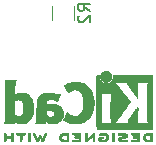
<source format=gbo>
%TF.GenerationSoftware,KiCad,Pcbnew,5.1.6*%
%TF.CreationDate,2020-09-10T19:59:46+02:00*%
%TF.ProjectId,usbc-breakout,75736263-2d62-4726-9561-6b6f75742e6b,rev?*%
%TF.SameCoordinates,Original*%
%TF.FileFunction,Legend,Bot*%
%TF.FilePolarity,Positive*%
%FSLAX46Y46*%
G04 Gerber Fmt 4.6, Leading zero omitted, Abs format (unit mm)*
G04 Created by KiCad (PCBNEW 5.1.6) date 2020-09-10 19:59:46*
%MOMM*%
%LPD*%
G01*
G04 APERTURE LIST*
%ADD10C,0.010000*%
%ADD11C,0.120000*%
%ADD12C,0.150000*%
%ADD13O,1.100000X1.700000*%
%ADD14C,0.700000*%
%ADD15C,0.800000*%
%ADD16C,4.500000*%
%ADD17O,1.800000X1.800000*%
%ADD18R,1.800000X1.800000*%
G04 APERTURE END LIST*
D10*
%TO.C,REF\u002A\u002A*%
G36*
X66446400Y-73943054D02*
G01*
X66435535Y-74056993D01*
X66403918Y-74164616D01*
X66353015Y-74263615D01*
X66284293Y-74351684D01*
X66199219Y-74426516D01*
X66102232Y-74484384D01*
X65995964Y-74524005D01*
X65888950Y-74542573D01*
X65783300Y-74541434D01*
X65681125Y-74521930D01*
X65584534Y-74485406D01*
X65495638Y-74433205D01*
X65416546Y-74366673D01*
X65349369Y-74287152D01*
X65296217Y-74195987D01*
X65259199Y-74094523D01*
X65240427Y-73984102D01*
X65238489Y-73934206D01*
X65238489Y-73846267D01*
X65186560Y-73846267D01*
X65150253Y-73849111D01*
X65123355Y-73860911D01*
X65096249Y-73884649D01*
X65057867Y-73923031D01*
X65057867Y-76114602D01*
X65057876Y-76376739D01*
X65057908Y-76617241D01*
X65057972Y-76837048D01*
X65058076Y-77037101D01*
X65058227Y-77218344D01*
X65058434Y-77381716D01*
X65058706Y-77528160D01*
X65059050Y-77658617D01*
X65059474Y-77774029D01*
X65059987Y-77875338D01*
X65060597Y-77963484D01*
X65061312Y-78039410D01*
X65062140Y-78104057D01*
X65063089Y-78158367D01*
X65064167Y-78203280D01*
X65065383Y-78239740D01*
X65066745Y-78268687D01*
X65068261Y-78291063D01*
X65069938Y-78307809D01*
X65071786Y-78319868D01*
X65073813Y-78328180D01*
X65076025Y-78333687D01*
X65077108Y-78335537D01*
X65081271Y-78342549D01*
X65084805Y-78348996D01*
X65088635Y-78354900D01*
X65093682Y-78360286D01*
X65100871Y-78365178D01*
X65111123Y-78369598D01*
X65125364Y-78373572D01*
X65144514Y-78377121D01*
X65169499Y-78380270D01*
X65201240Y-78383042D01*
X65240662Y-78385461D01*
X65288686Y-78387551D01*
X65346237Y-78389335D01*
X65414237Y-78390837D01*
X65493610Y-78392080D01*
X65585279Y-78393089D01*
X65690166Y-78393885D01*
X65809196Y-78394494D01*
X65943290Y-78394939D01*
X66093373Y-78395243D01*
X66260367Y-78395430D01*
X66445196Y-78395524D01*
X66648783Y-78395548D01*
X66872050Y-78395525D01*
X67115922Y-78395480D01*
X67381321Y-78395437D01*
X67419704Y-78395432D01*
X67686682Y-78395389D01*
X67932002Y-78395318D01*
X68156583Y-78395213D01*
X68361345Y-78395066D01*
X68547206Y-78394869D01*
X68715088Y-78394616D01*
X68865908Y-78394300D01*
X69000587Y-78393913D01*
X69120044Y-78393447D01*
X69225199Y-78392897D01*
X69316971Y-78392253D01*
X69396279Y-78391511D01*
X69464043Y-78390661D01*
X69521182Y-78389697D01*
X69568617Y-78388611D01*
X69607266Y-78387397D01*
X69638049Y-78386047D01*
X69661885Y-78384555D01*
X69679694Y-78382911D01*
X69692395Y-78381111D01*
X69700908Y-78379145D01*
X69705266Y-78377477D01*
X69713728Y-78373906D01*
X69721497Y-78371270D01*
X69728602Y-78368634D01*
X69735073Y-78365062D01*
X69740939Y-78359621D01*
X69746229Y-78351375D01*
X69750974Y-78339390D01*
X69755202Y-78322731D01*
X69758943Y-78300463D01*
X69762227Y-78271652D01*
X69765083Y-78235363D01*
X69767540Y-78190661D01*
X69769629Y-78136611D01*
X69771378Y-78072279D01*
X69772817Y-77996730D01*
X69773976Y-77909030D01*
X69774883Y-77808243D01*
X69775569Y-77693434D01*
X69776063Y-77563670D01*
X69776395Y-77418015D01*
X69776593Y-77255535D01*
X69776687Y-77075295D01*
X69776708Y-76876360D01*
X69776685Y-76657796D01*
X69776646Y-76418668D01*
X69776622Y-76158040D01*
X69776622Y-76115889D01*
X69776636Y-75852992D01*
X69776661Y-75611732D01*
X69776671Y-75391165D01*
X69776642Y-75190352D01*
X69776548Y-75008349D01*
X69776362Y-74844216D01*
X69776059Y-74697011D01*
X69775614Y-74565792D01*
X69775034Y-74455867D01*
X69472197Y-74455867D01*
X69432407Y-74513711D01*
X69421236Y-74529479D01*
X69411166Y-74543441D01*
X69402138Y-74556784D01*
X69394097Y-74570693D01*
X69386986Y-74586356D01*
X69380747Y-74604958D01*
X69375325Y-74627686D01*
X69370662Y-74655727D01*
X69366701Y-74690267D01*
X69363385Y-74732492D01*
X69360659Y-74783589D01*
X69358464Y-74844744D01*
X69356745Y-74917144D01*
X69355444Y-75001975D01*
X69354505Y-75100422D01*
X69353870Y-75213674D01*
X69353484Y-75342916D01*
X69353288Y-75489334D01*
X69353227Y-75654116D01*
X69353243Y-75838447D01*
X69353280Y-76043513D01*
X69353289Y-76166133D01*
X69353265Y-76383082D01*
X69353231Y-76578642D01*
X69353243Y-76753999D01*
X69353358Y-76910341D01*
X69353630Y-77048857D01*
X69354118Y-77170734D01*
X69354876Y-77277160D01*
X69355962Y-77369322D01*
X69357431Y-77448409D01*
X69359340Y-77515608D01*
X69361744Y-77572107D01*
X69364701Y-77619093D01*
X69368266Y-77657755D01*
X69372495Y-77689280D01*
X69377446Y-77714855D01*
X69383173Y-77735670D01*
X69389733Y-77752911D01*
X69397183Y-77767765D01*
X69405579Y-77781422D01*
X69414976Y-77795069D01*
X69425432Y-77809893D01*
X69431523Y-77818783D01*
X69470296Y-77876400D01*
X68938732Y-77876400D01*
X68815483Y-77876365D01*
X68712987Y-77876215D01*
X68629420Y-77875878D01*
X68562956Y-77875286D01*
X68511771Y-77874367D01*
X68474041Y-77873051D01*
X68447940Y-77871269D01*
X68431644Y-77868951D01*
X68423328Y-77866026D01*
X68421168Y-77862424D01*
X68423339Y-77858075D01*
X68424535Y-77856645D01*
X68449685Y-77819573D01*
X68475583Y-77766772D01*
X68499192Y-77704770D01*
X68507461Y-77678357D01*
X68512078Y-77660416D01*
X68515979Y-77639355D01*
X68519248Y-77613089D01*
X68521966Y-77579532D01*
X68524215Y-77536599D01*
X68526077Y-77482204D01*
X68527636Y-77414262D01*
X68528972Y-77330688D01*
X68530169Y-77229395D01*
X68531308Y-77108300D01*
X68531685Y-77063600D01*
X68532702Y-76938449D01*
X68533460Y-76834082D01*
X68533903Y-76748707D01*
X68533970Y-76680533D01*
X68533605Y-76627765D01*
X68532748Y-76588614D01*
X68531341Y-76561285D01*
X68529325Y-76543986D01*
X68526643Y-76534926D01*
X68523236Y-76532312D01*
X68519044Y-76534351D01*
X68514571Y-76538667D01*
X68504216Y-76551602D01*
X68482158Y-76580676D01*
X68449957Y-76623759D01*
X68409174Y-76678718D01*
X68361370Y-76743423D01*
X68308105Y-76815742D01*
X68250940Y-76893544D01*
X68191437Y-76974698D01*
X68131155Y-77057072D01*
X68071655Y-77138536D01*
X68014498Y-77216957D01*
X67961245Y-77290204D01*
X67913457Y-77356147D01*
X67872693Y-77412654D01*
X67840516Y-77457593D01*
X67818485Y-77488834D01*
X67813917Y-77495466D01*
X67790996Y-77532369D01*
X67764188Y-77580359D01*
X67738789Y-77629897D01*
X67735568Y-77636577D01*
X67713890Y-77684772D01*
X67701304Y-77722334D01*
X67695574Y-77758160D01*
X67694456Y-77800200D01*
X67695090Y-77876400D01*
X66540651Y-77876400D01*
X66631815Y-77782669D01*
X66678612Y-77732775D01*
X66728899Y-77676295D01*
X66774944Y-77622026D01*
X66795369Y-77596673D01*
X66825807Y-77557128D01*
X66865862Y-77503916D01*
X66914361Y-77438667D01*
X66970135Y-77363011D01*
X67032011Y-77278577D01*
X67098819Y-77186994D01*
X67169387Y-77089892D01*
X67242545Y-76988901D01*
X67317121Y-76885650D01*
X67391944Y-76781768D01*
X67465843Y-76678885D01*
X67537646Y-76578631D01*
X67606184Y-76482636D01*
X67670284Y-76392527D01*
X67728775Y-76309936D01*
X67780486Y-76236492D01*
X67824247Y-76173824D01*
X67858885Y-76123561D01*
X67883230Y-76087334D01*
X67896111Y-76066771D01*
X67897869Y-76062668D01*
X67889910Y-76051342D01*
X67869115Y-76024162D01*
X67836847Y-75982829D01*
X67794470Y-75929044D01*
X67743347Y-75864506D01*
X67684841Y-75790918D01*
X67620314Y-75709978D01*
X67551131Y-75623388D01*
X67478653Y-75532848D01*
X67404246Y-75440060D01*
X67344517Y-75365702D01*
X66333511Y-75365702D01*
X66327602Y-75378659D01*
X66313272Y-75400908D01*
X66312225Y-75402391D01*
X66293438Y-75432544D01*
X66273791Y-75469375D01*
X66269892Y-75477511D01*
X66266356Y-75485940D01*
X66263230Y-75496059D01*
X66260486Y-75509260D01*
X66258092Y-75526938D01*
X66256019Y-75550484D01*
X66254235Y-75581293D01*
X66252712Y-75620757D01*
X66251419Y-75670269D01*
X66250326Y-75731223D01*
X66249403Y-75805011D01*
X66248619Y-75893028D01*
X66247945Y-75996665D01*
X66247350Y-76117316D01*
X66246805Y-76256374D01*
X66246279Y-76415232D01*
X66245745Y-76594089D01*
X66245206Y-76779207D01*
X66244772Y-76943145D01*
X66244509Y-77087303D01*
X66244484Y-77213079D01*
X66244765Y-77321871D01*
X66245419Y-77415077D01*
X66246514Y-77494097D01*
X66248118Y-77560328D01*
X66250297Y-77615170D01*
X66253119Y-77660021D01*
X66256651Y-77696278D01*
X66260961Y-77725341D01*
X66266117Y-77748609D01*
X66272185Y-77767479D01*
X66279233Y-77783351D01*
X66287329Y-77797622D01*
X66296540Y-77811691D01*
X66305040Y-77824158D01*
X66322176Y-77850452D01*
X66332322Y-77868037D01*
X66333511Y-77871257D01*
X66322604Y-77872334D01*
X66291411Y-77873335D01*
X66242223Y-77874235D01*
X66177333Y-77875010D01*
X66099030Y-77875637D01*
X66009607Y-77876091D01*
X65911356Y-77876349D01*
X65842445Y-77876400D01*
X65737452Y-77876180D01*
X65640610Y-77875548D01*
X65554107Y-77874549D01*
X65480132Y-77873227D01*
X65420874Y-77871626D01*
X65378520Y-77869791D01*
X65355260Y-77867765D01*
X65351378Y-77866493D01*
X65359076Y-77851591D01*
X65367074Y-77843560D01*
X65380246Y-77826434D01*
X65397485Y-77796183D01*
X65409407Y-77771622D01*
X65436045Y-77712711D01*
X65439120Y-76535845D01*
X65442195Y-75358978D01*
X65887853Y-75358978D01*
X65985670Y-75359142D01*
X66076064Y-75359611D01*
X66156630Y-75360347D01*
X66224962Y-75361316D01*
X66278656Y-75362480D01*
X66315305Y-75363803D01*
X66332504Y-75365249D01*
X66333511Y-75365702D01*
X67344517Y-75365702D01*
X67329270Y-75346722D01*
X67255090Y-75254537D01*
X67183069Y-75165204D01*
X67114569Y-75080424D01*
X67050955Y-75001898D01*
X66993588Y-74931326D01*
X66943833Y-74870409D01*
X66903052Y-74820847D01*
X66885888Y-74800178D01*
X66799596Y-74699516D01*
X66722997Y-74616259D01*
X66654183Y-74548438D01*
X66591248Y-74494089D01*
X66581867Y-74486722D01*
X66542356Y-74456117D01*
X67674116Y-74455867D01*
X67668827Y-74503844D01*
X67672130Y-74561188D01*
X67693661Y-74629463D01*
X67733635Y-74709212D01*
X67778943Y-74781495D01*
X67795161Y-74804140D01*
X67823214Y-74841696D01*
X67861430Y-74892021D01*
X67908137Y-74952973D01*
X67961661Y-75022411D01*
X68020331Y-75098194D01*
X68082475Y-75178180D01*
X68146421Y-75260228D01*
X68210495Y-75342196D01*
X68273027Y-75421943D01*
X68332343Y-75497327D01*
X68386771Y-75566207D01*
X68434639Y-75626442D01*
X68474275Y-75675889D01*
X68504006Y-75712408D01*
X68522161Y-75733858D01*
X68525220Y-75737156D01*
X68528079Y-75729149D01*
X68530293Y-75698855D01*
X68531857Y-75646556D01*
X68532767Y-75572531D01*
X68533020Y-75477063D01*
X68532613Y-75360434D01*
X68531704Y-75240445D01*
X68530382Y-75108333D01*
X68528857Y-74996594D01*
X68526881Y-74903025D01*
X68524206Y-74825419D01*
X68520582Y-74761574D01*
X68515761Y-74709283D01*
X68509494Y-74666344D01*
X68501532Y-74630551D01*
X68491627Y-74599700D01*
X68479531Y-74571586D01*
X68464993Y-74544005D01*
X68450311Y-74518966D01*
X68412314Y-74455867D01*
X69472197Y-74455867D01*
X69775034Y-74455867D01*
X69775001Y-74449617D01*
X69774195Y-74347544D01*
X69773170Y-74258633D01*
X69771900Y-74181941D01*
X69770360Y-74116527D01*
X69768524Y-74061449D01*
X69766367Y-74015765D01*
X69763863Y-73978534D01*
X69760987Y-73948813D01*
X69757713Y-73925662D01*
X69754015Y-73908139D01*
X69749869Y-73895301D01*
X69745247Y-73886208D01*
X69740126Y-73879918D01*
X69734478Y-73875488D01*
X69728279Y-73871978D01*
X69721504Y-73868445D01*
X69715508Y-73864876D01*
X69710275Y-73862300D01*
X69702099Y-73859972D01*
X69689886Y-73857878D01*
X69672541Y-73856007D01*
X69648969Y-73854347D01*
X69618077Y-73852884D01*
X69578768Y-73851608D01*
X69529950Y-73850504D01*
X69470527Y-73849561D01*
X69399404Y-73848767D01*
X69315488Y-73848109D01*
X69217683Y-73847575D01*
X69104894Y-73847153D01*
X68976029Y-73846829D01*
X68829991Y-73846592D01*
X68665686Y-73846430D01*
X68482020Y-73846330D01*
X68277897Y-73846280D01*
X68066753Y-73846267D01*
X66446400Y-73846267D01*
X66446400Y-73943054D01*
G37*
X66446400Y-73943054D02*
X66435535Y-74056993D01*
X66403918Y-74164616D01*
X66353015Y-74263615D01*
X66284293Y-74351684D01*
X66199219Y-74426516D01*
X66102232Y-74484384D01*
X65995964Y-74524005D01*
X65888950Y-74542573D01*
X65783300Y-74541434D01*
X65681125Y-74521930D01*
X65584534Y-74485406D01*
X65495638Y-74433205D01*
X65416546Y-74366673D01*
X65349369Y-74287152D01*
X65296217Y-74195987D01*
X65259199Y-74094523D01*
X65240427Y-73984102D01*
X65238489Y-73934206D01*
X65238489Y-73846267D01*
X65186560Y-73846267D01*
X65150253Y-73849111D01*
X65123355Y-73860911D01*
X65096249Y-73884649D01*
X65057867Y-73923031D01*
X65057867Y-76114602D01*
X65057876Y-76376739D01*
X65057908Y-76617241D01*
X65057972Y-76837048D01*
X65058076Y-77037101D01*
X65058227Y-77218344D01*
X65058434Y-77381716D01*
X65058706Y-77528160D01*
X65059050Y-77658617D01*
X65059474Y-77774029D01*
X65059987Y-77875338D01*
X65060597Y-77963484D01*
X65061312Y-78039410D01*
X65062140Y-78104057D01*
X65063089Y-78158367D01*
X65064167Y-78203280D01*
X65065383Y-78239740D01*
X65066745Y-78268687D01*
X65068261Y-78291063D01*
X65069938Y-78307809D01*
X65071786Y-78319868D01*
X65073813Y-78328180D01*
X65076025Y-78333687D01*
X65077108Y-78335537D01*
X65081271Y-78342549D01*
X65084805Y-78348996D01*
X65088635Y-78354900D01*
X65093682Y-78360286D01*
X65100871Y-78365178D01*
X65111123Y-78369598D01*
X65125364Y-78373572D01*
X65144514Y-78377121D01*
X65169499Y-78380270D01*
X65201240Y-78383042D01*
X65240662Y-78385461D01*
X65288686Y-78387551D01*
X65346237Y-78389335D01*
X65414237Y-78390837D01*
X65493610Y-78392080D01*
X65585279Y-78393089D01*
X65690166Y-78393885D01*
X65809196Y-78394494D01*
X65943290Y-78394939D01*
X66093373Y-78395243D01*
X66260367Y-78395430D01*
X66445196Y-78395524D01*
X66648783Y-78395548D01*
X66872050Y-78395525D01*
X67115922Y-78395480D01*
X67381321Y-78395437D01*
X67419704Y-78395432D01*
X67686682Y-78395389D01*
X67932002Y-78395318D01*
X68156583Y-78395213D01*
X68361345Y-78395066D01*
X68547206Y-78394869D01*
X68715088Y-78394616D01*
X68865908Y-78394300D01*
X69000587Y-78393913D01*
X69120044Y-78393447D01*
X69225199Y-78392897D01*
X69316971Y-78392253D01*
X69396279Y-78391511D01*
X69464043Y-78390661D01*
X69521182Y-78389697D01*
X69568617Y-78388611D01*
X69607266Y-78387397D01*
X69638049Y-78386047D01*
X69661885Y-78384555D01*
X69679694Y-78382911D01*
X69692395Y-78381111D01*
X69700908Y-78379145D01*
X69705266Y-78377477D01*
X69713728Y-78373906D01*
X69721497Y-78371270D01*
X69728602Y-78368634D01*
X69735073Y-78365062D01*
X69740939Y-78359621D01*
X69746229Y-78351375D01*
X69750974Y-78339390D01*
X69755202Y-78322731D01*
X69758943Y-78300463D01*
X69762227Y-78271652D01*
X69765083Y-78235363D01*
X69767540Y-78190661D01*
X69769629Y-78136611D01*
X69771378Y-78072279D01*
X69772817Y-77996730D01*
X69773976Y-77909030D01*
X69774883Y-77808243D01*
X69775569Y-77693434D01*
X69776063Y-77563670D01*
X69776395Y-77418015D01*
X69776593Y-77255535D01*
X69776687Y-77075295D01*
X69776708Y-76876360D01*
X69776685Y-76657796D01*
X69776646Y-76418668D01*
X69776622Y-76158040D01*
X69776622Y-76115889D01*
X69776636Y-75852992D01*
X69776661Y-75611732D01*
X69776671Y-75391165D01*
X69776642Y-75190352D01*
X69776548Y-75008349D01*
X69776362Y-74844216D01*
X69776059Y-74697011D01*
X69775614Y-74565792D01*
X69775034Y-74455867D01*
X69472197Y-74455867D01*
X69432407Y-74513711D01*
X69421236Y-74529479D01*
X69411166Y-74543441D01*
X69402138Y-74556784D01*
X69394097Y-74570693D01*
X69386986Y-74586356D01*
X69380747Y-74604958D01*
X69375325Y-74627686D01*
X69370662Y-74655727D01*
X69366701Y-74690267D01*
X69363385Y-74732492D01*
X69360659Y-74783589D01*
X69358464Y-74844744D01*
X69356745Y-74917144D01*
X69355444Y-75001975D01*
X69354505Y-75100422D01*
X69353870Y-75213674D01*
X69353484Y-75342916D01*
X69353288Y-75489334D01*
X69353227Y-75654116D01*
X69353243Y-75838447D01*
X69353280Y-76043513D01*
X69353289Y-76166133D01*
X69353265Y-76383082D01*
X69353231Y-76578642D01*
X69353243Y-76753999D01*
X69353358Y-76910341D01*
X69353630Y-77048857D01*
X69354118Y-77170734D01*
X69354876Y-77277160D01*
X69355962Y-77369322D01*
X69357431Y-77448409D01*
X69359340Y-77515608D01*
X69361744Y-77572107D01*
X69364701Y-77619093D01*
X69368266Y-77657755D01*
X69372495Y-77689280D01*
X69377446Y-77714855D01*
X69383173Y-77735670D01*
X69389733Y-77752911D01*
X69397183Y-77767765D01*
X69405579Y-77781422D01*
X69414976Y-77795069D01*
X69425432Y-77809893D01*
X69431523Y-77818783D01*
X69470296Y-77876400D01*
X68938732Y-77876400D01*
X68815483Y-77876365D01*
X68712987Y-77876215D01*
X68629420Y-77875878D01*
X68562956Y-77875286D01*
X68511771Y-77874367D01*
X68474041Y-77873051D01*
X68447940Y-77871269D01*
X68431644Y-77868951D01*
X68423328Y-77866026D01*
X68421168Y-77862424D01*
X68423339Y-77858075D01*
X68424535Y-77856645D01*
X68449685Y-77819573D01*
X68475583Y-77766772D01*
X68499192Y-77704770D01*
X68507461Y-77678357D01*
X68512078Y-77660416D01*
X68515979Y-77639355D01*
X68519248Y-77613089D01*
X68521966Y-77579532D01*
X68524215Y-77536599D01*
X68526077Y-77482204D01*
X68527636Y-77414262D01*
X68528972Y-77330688D01*
X68530169Y-77229395D01*
X68531308Y-77108300D01*
X68531685Y-77063600D01*
X68532702Y-76938449D01*
X68533460Y-76834082D01*
X68533903Y-76748707D01*
X68533970Y-76680533D01*
X68533605Y-76627765D01*
X68532748Y-76588614D01*
X68531341Y-76561285D01*
X68529325Y-76543986D01*
X68526643Y-76534926D01*
X68523236Y-76532312D01*
X68519044Y-76534351D01*
X68514571Y-76538667D01*
X68504216Y-76551602D01*
X68482158Y-76580676D01*
X68449957Y-76623759D01*
X68409174Y-76678718D01*
X68361370Y-76743423D01*
X68308105Y-76815742D01*
X68250940Y-76893544D01*
X68191437Y-76974698D01*
X68131155Y-77057072D01*
X68071655Y-77138536D01*
X68014498Y-77216957D01*
X67961245Y-77290204D01*
X67913457Y-77356147D01*
X67872693Y-77412654D01*
X67840516Y-77457593D01*
X67818485Y-77488834D01*
X67813917Y-77495466D01*
X67790996Y-77532369D01*
X67764188Y-77580359D01*
X67738789Y-77629897D01*
X67735568Y-77636577D01*
X67713890Y-77684772D01*
X67701304Y-77722334D01*
X67695574Y-77758160D01*
X67694456Y-77800200D01*
X67695090Y-77876400D01*
X66540651Y-77876400D01*
X66631815Y-77782669D01*
X66678612Y-77732775D01*
X66728899Y-77676295D01*
X66774944Y-77622026D01*
X66795369Y-77596673D01*
X66825807Y-77557128D01*
X66865862Y-77503916D01*
X66914361Y-77438667D01*
X66970135Y-77363011D01*
X67032011Y-77278577D01*
X67098819Y-77186994D01*
X67169387Y-77089892D01*
X67242545Y-76988901D01*
X67317121Y-76885650D01*
X67391944Y-76781768D01*
X67465843Y-76678885D01*
X67537646Y-76578631D01*
X67606184Y-76482636D01*
X67670284Y-76392527D01*
X67728775Y-76309936D01*
X67780486Y-76236492D01*
X67824247Y-76173824D01*
X67858885Y-76123561D01*
X67883230Y-76087334D01*
X67896111Y-76066771D01*
X67897869Y-76062668D01*
X67889910Y-76051342D01*
X67869115Y-76024162D01*
X67836847Y-75982829D01*
X67794470Y-75929044D01*
X67743347Y-75864506D01*
X67684841Y-75790918D01*
X67620314Y-75709978D01*
X67551131Y-75623388D01*
X67478653Y-75532848D01*
X67404246Y-75440060D01*
X67344517Y-75365702D01*
X66333511Y-75365702D01*
X66327602Y-75378659D01*
X66313272Y-75400908D01*
X66312225Y-75402391D01*
X66293438Y-75432544D01*
X66273791Y-75469375D01*
X66269892Y-75477511D01*
X66266356Y-75485940D01*
X66263230Y-75496059D01*
X66260486Y-75509260D01*
X66258092Y-75526938D01*
X66256019Y-75550484D01*
X66254235Y-75581293D01*
X66252712Y-75620757D01*
X66251419Y-75670269D01*
X66250326Y-75731223D01*
X66249403Y-75805011D01*
X66248619Y-75893028D01*
X66247945Y-75996665D01*
X66247350Y-76117316D01*
X66246805Y-76256374D01*
X66246279Y-76415232D01*
X66245745Y-76594089D01*
X66245206Y-76779207D01*
X66244772Y-76943145D01*
X66244509Y-77087303D01*
X66244484Y-77213079D01*
X66244765Y-77321871D01*
X66245419Y-77415077D01*
X66246514Y-77494097D01*
X66248118Y-77560328D01*
X66250297Y-77615170D01*
X66253119Y-77660021D01*
X66256651Y-77696278D01*
X66260961Y-77725341D01*
X66266117Y-77748609D01*
X66272185Y-77767479D01*
X66279233Y-77783351D01*
X66287329Y-77797622D01*
X66296540Y-77811691D01*
X66305040Y-77824158D01*
X66322176Y-77850452D01*
X66332322Y-77868037D01*
X66333511Y-77871257D01*
X66322604Y-77872334D01*
X66291411Y-77873335D01*
X66242223Y-77874235D01*
X66177333Y-77875010D01*
X66099030Y-77875637D01*
X66009607Y-77876091D01*
X65911356Y-77876349D01*
X65842445Y-77876400D01*
X65737452Y-77876180D01*
X65640610Y-77875548D01*
X65554107Y-77874549D01*
X65480132Y-77873227D01*
X65420874Y-77871626D01*
X65378520Y-77869791D01*
X65355260Y-77867765D01*
X65351378Y-77866493D01*
X65359076Y-77851591D01*
X65367074Y-77843560D01*
X65380246Y-77826434D01*
X65397485Y-77796183D01*
X65409407Y-77771622D01*
X65436045Y-77712711D01*
X65439120Y-76535845D01*
X65442195Y-75358978D01*
X65887853Y-75358978D01*
X65985670Y-75359142D01*
X66076064Y-75359611D01*
X66156630Y-75360347D01*
X66224962Y-75361316D01*
X66278656Y-75362480D01*
X66315305Y-75363803D01*
X66332504Y-75365249D01*
X66333511Y-75365702D01*
X67344517Y-75365702D01*
X67329270Y-75346722D01*
X67255090Y-75254537D01*
X67183069Y-75165204D01*
X67114569Y-75080424D01*
X67050955Y-75001898D01*
X66993588Y-74931326D01*
X66943833Y-74870409D01*
X66903052Y-74820847D01*
X66885888Y-74800178D01*
X66799596Y-74699516D01*
X66722997Y-74616259D01*
X66654183Y-74548438D01*
X66591248Y-74494089D01*
X66581867Y-74486722D01*
X66542356Y-74456117D01*
X67674116Y-74455867D01*
X67668827Y-74503844D01*
X67672130Y-74561188D01*
X67693661Y-74629463D01*
X67733635Y-74709212D01*
X67778943Y-74781495D01*
X67795161Y-74804140D01*
X67823214Y-74841696D01*
X67861430Y-74892021D01*
X67908137Y-74952973D01*
X67961661Y-75022411D01*
X68020331Y-75098194D01*
X68082475Y-75178180D01*
X68146421Y-75260228D01*
X68210495Y-75342196D01*
X68273027Y-75421943D01*
X68332343Y-75497327D01*
X68386771Y-75566207D01*
X68434639Y-75626442D01*
X68474275Y-75675889D01*
X68504006Y-75712408D01*
X68522161Y-75733858D01*
X68525220Y-75737156D01*
X68528079Y-75729149D01*
X68530293Y-75698855D01*
X68531857Y-75646556D01*
X68532767Y-75572531D01*
X68533020Y-75477063D01*
X68532613Y-75360434D01*
X68531704Y-75240445D01*
X68530382Y-75108333D01*
X68528857Y-74996594D01*
X68526881Y-74903025D01*
X68524206Y-74825419D01*
X68520582Y-74761574D01*
X68515761Y-74709283D01*
X68509494Y-74666344D01*
X68501532Y-74630551D01*
X68491627Y-74599700D01*
X68479531Y-74571586D01*
X68464993Y-74544005D01*
X68450311Y-74518966D01*
X68412314Y-74455867D01*
X69472197Y-74455867D01*
X69775034Y-74455867D01*
X69775001Y-74449617D01*
X69774195Y-74347544D01*
X69773170Y-74258633D01*
X69771900Y-74181941D01*
X69770360Y-74116527D01*
X69768524Y-74061449D01*
X69766367Y-74015765D01*
X69763863Y-73978534D01*
X69760987Y-73948813D01*
X69757713Y-73925662D01*
X69754015Y-73908139D01*
X69749869Y-73895301D01*
X69745247Y-73886208D01*
X69740126Y-73879918D01*
X69734478Y-73875488D01*
X69728279Y-73871978D01*
X69721504Y-73868445D01*
X69715508Y-73864876D01*
X69710275Y-73862300D01*
X69702099Y-73859972D01*
X69689886Y-73857878D01*
X69672541Y-73856007D01*
X69648969Y-73854347D01*
X69618077Y-73852884D01*
X69578768Y-73851608D01*
X69529950Y-73850504D01*
X69470527Y-73849561D01*
X69399404Y-73848767D01*
X69315488Y-73848109D01*
X69217683Y-73847575D01*
X69104894Y-73847153D01*
X68976029Y-73846829D01*
X68829991Y-73846592D01*
X68665686Y-73846430D01*
X68482020Y-73846330D01*
X68277897Y-73846280D01*
X68066753Y-73846267D01*
X66446400Y-73846267D01*
X66446400Y-73943054D01*
G36*
X63171571Y-74403071D02*
G01*
X63011430Y-74424245D01*
X62847490Y-74464385D01*
X62677687Y-74523889D01*
X62499957Y-74603154D01*
X62488690Y-74608699D01*
X62430995Y-74636725D01*
X62379448Y-74660802D01*
X62337809Y-74679249D01*
X62309838Y-74690386D01*
X62300267Y-74692933D01*
X62281050Y-74697941D01*
X62276439Y-74702147D01*
X62281542Y-74712580D01*
X62297582Y-74738868D01*
X62322712Y-74778257D01*
X62355086Y-74827991D01*
X62392857Y-74885315D01*
X62434178Y-74947476D01*
X62477202Y-75011718D01*
X62520083Y-75075285D01*
X62560974Y-75135425D01*
X62598029Y-75189380D01*
X62629400Y-75234397D01*
X62653241Y-75267721D01*
X62667706Y-75286597D01*
X62669691Y-75288787D01*
X62679809Y-75284138D01*
X62702150Y-75266962D01*
X62732720Y-75240440D01*
X62748464Y-75225964D01*
X62844953Y-75150682D01*
X62951664Y-75095241D01*
X63067168Y-75060141D01*
X63190038Y-75045880D01*
X63259439Y-75047051D01*
X63380577Y-75064212D01*
X63489795Y-75100094D01*
X63587418Y-75154959D01*
X63673772Y-75229070D01*
X63749185Y-75322688D01*
X63813982Y-75436076D01*
X63851399Y-75522667D01*
X63895252Y-75658366D01*
X63927572Y-75805850D01*
X63948443Y-75961314D01*
X63957949Y-76120956D01*
X63956173Y-76280973D01*
X63943197Y-76437561D01*
X63919106Y-76586918D01*
X63883982Y-76725240D01*
X63837908Y-76848724D01*
X63821627Y-76882978D01*
X63753380Y-76997064D01*
X63672921Y-77093557D01*
X63581430Y-77171670D01*
X63480089Y-77230617D01*
X63370080Y-77269612D01*
X63252585Y-77287868D01*
X63211117Y-77289211D01*
X63089559Y-77278290D01*
X62969122Y-77245474D01*
X62851334Y-77191439D01*
X62737723Y-77116865D01*
X62646315Y-77038539D01*
X62599785Y-76994008D01*
X62418517Y-77291271D01*
X62373420Y-77365433D01*
X62332181Y-77433646D01*
X62296265Y-77493459D01*
X62267134Y-77542420D01*
X62246250Y-77578079D01*
X62235076Y-77597984D01*
X62233625Y-77601079D01*
X62241854Y-77610718D01*
X62267433Y-77627999D01*
X62307127Y-77651283D01*
X62357703Y-77678934D01*
X62415926Y-77709315D01*
X62478563Y-77740790D01*
X62542379Y-77771722D01*
X62604140Y-77800473D01*
X62660612Y-77825408D01*
X62708562Y-77844889D01*
X62732014Y-77853318D01*
X62865779Y-77891133D01*
X63003673Y-77916136D01*
X63151378Y-77929140D01*
X63278167Y-77931468D01*
X63346122Y-77930373D01*
X63411723Y-77928275D01*
X63469153Y-77925434D01*
X63512597Y-77922106D01*
X63526702Y-77920422D01*
X63665716Y-77891587D01*
X63807243Y-77846468D01*
X63944725Y-77787750D01*
X64071606Y-77718120D01*
X64149111Y-77665441D01*
X64276519Y-77557239D01*
X64394822Y-77430671D01*
X64501828Y-77288866D01*
X64595348Y-77134951D01*
X64673190Y-76972053D01*
X64717044Y-76854756D01*
X64767292Y-76671128D01*
X64800791Y-76476581D01*
X64817551Y-76275325D01*
X64817584Y-76071568D01*
X64800899Y-75869521D01*
X64767507Y-75673392D01*
X64717420Y-75487391D01*
X64713603Y-75475803D01*
X64650719Y-75313750D01*
X64573972Y-75165832D01*
X64480758Y-75027865D01*
X64368473Y-74895661D01*
X64324608Y-74850399D01*
X64188466Y-74726457D01*
X64048509Y-74623915D01*
X63902589Y-74541656D01*
X63748558Y-74478564D01*
X63584268Y-74433523D01*
X63488711Y-74416033D01*
X63329977Y-74400466D01*
X63171571Y-74403071D01*
G37*
X63171571Y-74403071D02*
X63011430Y-74424245D01*
X62847490Y-74464385D01*
X62677687Y-74523889D01*
X62499957Y-74603154D01*
X62488690Y-74608699D01*
X62430995Y-74636725D01*
X62379448Y-74660802D01*
X62337809Y-74679249D01*
X62309838Y-74690386D01*
X62300267Y-74692933D01*
X62281050Y-74697941D01*
X62276439Y-74702147D01*
X62281542Y-74712580D01*
X62297582Y-74738868D01*
X62322712Y-74778257D01*
X62355086Y-74827991D01*
X62392857Y-74885315D01*
X62434178Y-74947476D01*
X62477202Y-75011718D01*
X62520083Y-75075285D01*
X62560974Y-75135425D01*
X62598029Y-75189380D01*
X62629400Y-75234397D01*
X62653241Y-75267721D01*
X62667706Y-75286597D01*
X62669691Y-75288787D01*
X62679809Y-75284138D01*
X62702150Y-75266962D01*
X62732720Y-75240440D01*
X62748464Y-75225964D01*
X62844953Y-75150682D01*
X62951664Y-75095241D01*
X63067168Y-75060141D01*
X63190038Y-75045880D01*
X63259439Y-75047051D01*
X63380577Y-75064212D01*
X63489795Y-75100094D01*
X63587418Y-75154959D01*
X63673772Y-75229070D01*
X63749185Y-75322688D01*
X63813982Y-75436076D01*
X63851399Y-75522667D01*
X63895252Y-75658366D01*
X63927572Y-75805850D01*
X63948443Y-75961314D01*
X63957949Y-76120956D01*
X63956173Y-76280973D01*
X63943197Y-76437561D01*
X63919106Y-76586918D01*
X63883982Y-76725240D01*
X63837908Y-76848724D01*
X63821627Y-76882978D01*
X63753380Y-76997064D01*
X63672921Y-77093557D01*
X63581430Y-77171670D01*
X63480089Y-77230617D01*
X63370080Y-77269612D01*
X63252585Y-77287868D01*
X63211117Y-77289211D01*
X63089559Y-77278290D01*
X62969122Y-77245474D01*
X62851334Y-77191439D01*
X62737723Y-77116865D01*
X62646315Y-77038539D01*
X62599785Y-76994008D01*
X62418517Y-77291271D01*
X62373420Y-77365433D01*
X62332181Y-77433646D01*
X62296265Y-77493459D01*
X62267134Y-77542420D01*
X62246250Y-77578079D01*
X62235076Y-77597984D01*
X62233625Y-77601079D01*
X62241854Y-77610718D01*
X62267433Y-77627999D01*
X62307127Y-77651283D01*
X62357703Y-77678934D01*
X62415926Y-77709315D01*
X62478563Y-77740790D01*
X62542379Y-77771722D01*
X62604140Y-77800473D01*
X62660612Y-77825408D01*
X62708562Y-77844889D01*
X62732014Y-77853318D01*
X62865779Y-77891133D01*
X63003673Y-77916136D01*
X63151378Y-77929140D01*
X63278167Y-77931468D01*
X63346122Y-77930373D01*
X63411723Y-77928275D01*
X63469153Y-77925434D01*
X63512597Y-77922106D01*
X63526702Y-77920422D01*
X63665716Y-77891587D01*
X63807243Y-77846468D01*
X63944725Y-77787750D01*
X64071606Y-77718120D01*
X64149111Y-77665441D01*
X64276519Y-77557239D01*
X64394822Y-77430671D01*
X64501828Y-77288866D01*
X64595348Y-77134951D01*
X64673190Y-76972053D01*
X64717044Y-76854756D01*
X64767292Y-76671128D01*
X64800791Y-76476581D01*
X64817551Y-76275325D01*
X64817584Y-76071568D01*
X64800899Y-75869521D01*
X64767507Y-75673392D01*
X64717420Y-75487391D01*
X64713603Y-75475803D01*
X64650719Y-75313750D01*
X64573972Y-75165832D01*
X64480758Y-75027865D01*
X64368473Y-74895661D01*
X64324608Y-74850399D01*
X64188466Y-74726457D01*
X64048509Y-74623915D01*
X63902589Y-74541656D01*
X63748558Y-74478564D01*
X63584268Y-74433523D01*
X63488711Y-74416033D01*
X63329977Y-74400466D01*
X63171571Y-74403071D01*
G36*
X60826426Y-75320552D02*
G01*
X60674508Y-75340567D01*
X60539244Y-75374202D01*
X60419761Y-75421725D01*
X60315185Y-75483405D01*
X60237576Y-75546965D01*
X60168735Y-75621099D01*
X60114994Y-75700871D01*
X60072090Y-75793091D01*
X60056616Y-75836161D01*
X60043756Y-75875142D01*
X60032554Y-75911289D01*
X60022880Y-75946434D01*
X60014604Y-75982410D01*
X60007597Y-76021050D01*
X60001728Y-76064185D01*
X59996869Y-76113649D01*
X59992890Y-76171273D01*
X59989660Y-76238891D01*
X59987051Y-76318334D01*
X59984933Y-76411436D01*
X59983176Y-76520027D01*
X59981651Y-76645942D01*
X59980228Y-76791012D01*
X59978975Y-76933778D01*
X59977649Y-77089968D01*
X59976444Y-77225239D01*
X59975234Y-77341246D01*
X59973894Y-77439645D01*
X59972300Y-77522093D01*
X59970325Y-77590246D01*
X59967844Y-77645760D01*
X59964731Y-77690292D01*
X59960862Y-77725498D01*
X59956111Y-77753034D01*
X59950352Y-77774556D01*
X59943461Y-77791722D01*
X59935311Y-77806186D01*
X59925777Y-77819606D01*
X59914734Y-77833638D01*
X59910434Y-77839071D01*
X59894614Y-77861910D01*
X59887578Y-77877463D01*
X59887556Y-77877922D01*
X59898433Y-77880121D01*
X59929418Y-77882147D01*
X59978043Y-77883942D01*
X60041837Y-77885451D01*
X60118331Y-77886616D01*
X60205056Y-77887380D01*
X60299543Y-77887686D01*
X60310450Y-77887689D01*
X60733343Y-77887689D01*
X60736605Y-77791622D01*
X60739867Y-77695556D01*
X60801956Y-77746543D01*
X60899286Y-77814057D01*
X61009187Y-77868749D01*
X61095651Y-77898978D01*
X61164722Y-77913666D01*
X61248075Y-77923659D01*
X61337841Y-77928646D01*
X61426155Y-77928313D01*
X61505149Y-77922351D01*
X61541378Y-77916638D01*
X61681397Y-77878776D01*
X61807822Y-77823932D01*
X61919740Y-77752924D01*
X62016238Y-77666568D01*
X62096400Y-77565679D01*
X62159313Y-77451076D01*
X62203688Y-77324984D01*
X62216022Y-77268401D01*
X62223632Y-77206202D01*
X62227261Y-77131363D01*
X62227755Y-77097467D01*
X62227690Y-77094282D01*
X61467752Y-77094282D01*
X61458459Y-77169333D01*
X61430272Y-77233160D01*
X61381803Y-77288798D01*
X61376746Y-77293211D01*
X61328452Y-77328037D01*
X61276743Y-77350620D01*
X61216011Y-77362540D01*
X61140648Y-77365383D01*
X61122541Y-77364978D01*
X61068722Y-77362325D01*
X61028692Y-77356909D01*
X60993676Y-77346745D01*
X60954897Y-77329850D01*
X60944255Y-77324672D01*
X60883604Y-77288844D01*
X60836785Y-77246212D01*
X60824048Y-77230973D01*
X60779378Y-77174462D01*
X60779378Y-76978586D01*
X60779914Y-76899939D01*
X60781604Y-76841988D01*
X60784572Y-76802875D01*
X60788943Y-76780741D01*
X60793028Y-76774274D01*
X60808953Y-76771111D01*
X60842736Y-76768488D01*
X60889660Y-76766655D01*
X60945007Y-76765857D01*
X60953894Y-76765842D01*
X61074670Y-76771096D01*
X61177340Y-76787263D01*
X61263894Y-76814961D01*
X61336319Y-76854808D01*
X61391249Y-76901758D01*
X61435796Y-76959645D01*
X61460520Y-77022693D01*
X61467752Y-77094282D01*
X62227690Y-77094282D01*
X62225822Y-77003712D01*
X62217478Y-76924812D01*
X62201232Y-76853590D01*
X62175595Y-76782864D01*
X62151599Y-76730493D01*
X62092980Y-76635196D01*
X62014883Y-76547170D01*
X61919685Y-76468017D01*
X61809762Y-76399340D01*
X61687490Y-76342741D01*
X61555245Y-76299821D01*
X61490578Y-76284882D01*
X61354396Y-76262777D01*
X61205951Y-76248194D01*
X61054495Y-76241813D01*
X60927936Y-76243445D01*
X60766050Y-76250224D01*
X60773470Y-76191245D01*
X60792762Y-76092092D01*
X60823896Y-76011372D01*
X60867731Y-75948466D01*
X60925129Y-75902756D01*
X60996952Y-75873622D01*
X61084059Y-75860447D01*
X61187314Y-75862611D01*
X61225289Y-75866612D01*
X61366480Y-75891780D01*
X61503293Y-75932814D01*
X61597822Y-75970815D01*
X61642982Y-75990190D01*
X61681415Y-76005760D01*
X61707766Y-76015405D01*
X61715454Y-76017452D01*
X61725198Y-76008374D01*
X61741917Y-75979405D01*
X61765768Y-75930217D01*
X61796907Y-75860484D01*
X61835493Y-75769879D01*
X61842090Y-75754089D01*
X61872147Y-75681772D01*
X61899126Y-75616425D01*
X61921864Y-75560906D01*
X61939194Y-75518072D01*
X61949952Y-75490781D01*
X61953059Y-75481942D01*
X61943060Y-75477187D01*
X61916783Y-75471910D01*
X61888511Y-75468231D01*
X61858354Y-75463474D01*
X61810567Y-75454028D01*
X61749388Y-75440820D01*
X61679054Y-75424776D01*
X61603806Y-75406820D01*
X61575245Y-75399797D01*
X61470184Y-75374209D01*
X61382520Y-75354147D01*
X61307932Y-75338969D01*
X61242097Y-75328035D01*
X61180693Y-75320704D01*
X61119398Y-75316335D01*
X61053890Y-75314287D01*
X60995872Y-75313889D01*
X60826426Y-75320552D01*
G37*
X60826426Y-75320552D02*
X60674508Y-75340567D01*
X60539244Y-75374202D01*
X60419761Y-75421725D01*
X60315185Y-75483405D01*
X60237576Y-75546965D01*
X60168735Y-75621099D01*
X60114994Y-75700871D01*
X60072090Y-75793091D01*
X60056616Y-75836161D01*
X60043756Y-75875142D01*
X60032554Y-75911289D01*
X60022880Y-75946434D01*
X60014604Y-75982410D01*
X60007597Y-76021050D01*
X60001728Y-76064185D01*
X59996869Y-76113649D01*
X59992890Y-76171273D01*
X59989660Y-76238891D01*
X59987051Y-76318334D01*
X59984933Y-76411436D01*
X59983176Y-76520027D01*
X59981651Y-76645942D01*
X59980228Y-76791012D01*
X59978975Y-76933778D01*
X59977649Y-77089968D01*
X59976444Y-77225239D01*
X59975234Y-77341246D01*
X59973894Y-77439645D01*
X59972300Y-77522093D01*
X59970325Y-77590246D01*
X59967844Y-77645760D01*
X59964731Y-77690292D01*
X59960862Y-77725498D01*
X59956111Y-77753034D01*
X59950352Y-77774556D01*
X59943461Y-77791722D01*
X59935311Y-77806186D01*
X59925777Y-77819606D01*
X59914734Y-77833638D01*
X59910434Y-77839071D01*
X59894614Y-77861910D01*
X59887578Y-77877463D01*
X59887556Y-77877922D01*
X59898433Y-77880121D01*
X59929418Y-77882147D01*
X59978043Y-77883942D01*
X60041837Y-77885451D01*
X60118331Y-77886616D01*
X60205056Y-77887380D01*
X60299543Y-77887686D01*
X60310450Y-77887689D01*
X60733343Y-77887689D01*
X60736605Y-77791622D01*
X60739867Y-77695556D01*
X60801956Y-77746543D01*
X60899286Y-77814057D01*
X61009187Y-77868749D01*
X61095651Y-77898978D01*
X61164722Y-77913666D01*
X61248075Y-77923659D01*
X61337841Y-77928646D01*
X61426155Y-77928313D01*
X61505149Y-77922351D01*
X61541378Y-77916638D01*
X61681397Y-77878776D01*
X61807822Y-77823932D01*
X61919740Y-77752924D01*
X62016238Y-77666568D01*
X62096400Y-77565679D01*
X62159313Y-77451076D01*
X62203688Y-77324984D01*
X62216022Y-77268401D01*
X62223632Y-77206202D01*
X62227261Y-77131363D01*
X62227755Y-77097467D01*
X62227690Y-77094282D01*
X61467752Y-77094282D01*
X61458459Y-77169333D01*
X61430272Y-77233160D01*
X61381803Y-77288798D01*
X61376746Y-77293211D01*
X61328452Y-77328037D01*
X61276743Y-77350620D01*
X61216011Y-77362540D01*
X61140648Y-77365383D01*
X61122541Y-77364978D01*
X61068722Y-77362325D01*
X61028692Y-77356909D01*
X60993676Y-77346745D01*
X60954897Y-77329850D01*
X60944255Y-77324672D01*
X60883604Y-77288844D01*
X60836785Y-77246212D01*
X60824048Y-77230973D01*
X60779378Y-77174462D01*
X60779378Y-76978586D01*
X60779914Y-76899939D01*
X60781604Y-76841988D01*
X60784572Y-76802875D01*
X60788943Y-76780741D01*
X60793028Y-76774274D01*
X60808953Y-76771111D01*
X60842736Y-76768488D01*
X60889660Y-76766655D01*
X60945007Y-76765857D01*
X60953894Y-76765842D01*
X61074670Y-76771096D01*
X61177340Y-76787263D01*
X61263894Y-76814961D01*
X61336319Y-76854808D01*
X61391249Y-76901758D01*
X61435796Y-76959645D01*
X61460520Y-77022693D01*
X61467752Y-77094282D01*
X62227690Y-77094282D01*
X62225822Y-77003712D01*
X62217478Y-76924812D01*
X62201232Y-76853590D01*
X62175595Y-76782864D01*
X62151599Y-76730493D01*
X62092980Y-76635196D01*
X62014883Y-76547170D01*
X61919685Y-76468017D01*
X61809762Y-76399340D01*
X61687490Y-76342741D01*
X61555245Y-76299821D01*
X61490578Y-76284882D01*
X61354396Y-76262777D01*
X61205951Y-76248194D01*
X61054495Y-76241813D01*
X60927936Y-76243445D01*
X60766050Y-76250224D01*
X60773470Y-76191245D01*
X60792762Y-76092092D01*
X60823896Y-76011372D01*
X60867731Y-75948466D01*
X60925129Y-75902756D01*
X60996952Y-75873622D01*
X61084059Y-75860447D01*
X61187314Y-75862611D01*
X61225289Y-75866612D01*
X61366480Y-75891780D01*
X61503293Y-75932814D01*
X61597822Y-75970815D01*
X61642982Y-75990190D01*
X61681415Y-76005760D01*
X61707766Y-76015405D01*
X61715454Y-76017452D01*
X61725198Y-76008374D01*
X61741917Y-75979405D01*
X61765768Y-75930217D01*
X61796907Y-75860484D01*
X61835493Y-75769879D01*
X61842090Y-75754089D01*
X61872147Y-75681772D01*
X61899126Y-75616425D01*
X61921864Y-75560906D01*
X61939194Y-75518072D01*
X61949952Y-75490781D01*
X61953059Y-75481942D01*
X61943060Y-75477187D01*
X61916783Y-75471910D01*
X61888511Y-75468231D01*
X61858354Y-75463474D01*
X61810567Y-75454028D01*
X61749388Y-75440820D01*
X61679054Y-75424776D01*
X61603806Y-75406820D01*
X61575245Y-75399797D01*
X61470184Y-75374209D01*
X61382520Y-75354147D01*
X61307932Y-75338969D01*
X61242097Y-75328035D01*
X61180693Y-75320704D01*
X61119398Y-75316335D01*
X61053890Y-75314287D01*
X60995872Y-75313889D01*
X60826426Y-75320552D01*
G36*
X57313493Y-75926245D02*
G01*
X57313474Y-76160662D01*
X57313448Y-76373603D01*
X57313375Y-76566168D01*
X57313218Y-76739459D01*
X57312936Y-76894576D01*
X57312491Y-77032620D01*
X57311844Y-77154692D01*
X57310955Y-77261894D01*
X57309787Y-77355326D01*
X57308299Y-77436090D01*
X57306454Y-77505286D01*
X57304211Y-77564015D01*
X57301531Y-77613379D01*
X57298377Y-77654478D01*
X57294708Y-77688413D01*
X57290487Y-77716286D01*
X57285673Y-77739198D01*
X57280227Y-77758249D01*
X57274112Y-77774540D01*
X57267288Y-77789173D01*
X57259715Y-77803249D01*
X57251355Y-77817868D01*
X57246161Y-77826974D01*
X57211896Y-77887689D01*
X58070045Y-77887689D01*
X58070045Y-77791733D01*
X58070776Y-77748370D01*
X58072728Y-77715205D01*
X58075537Y-77697424D01*
X58076779Y-77695778D01*
X58088201Y-77702662D01*
X58110916Y-77720505D01*
X58133615Y-77739879D01*
X58188200Y-77780614D01*
X58257679Y-77821617D01*
X58334730Y-77859123D01*
X58412035Y-77889364D01*
X58442887Y-77899012D01*
X58511384Y-77913578D01*
X58594236Y-77923539D01*
X58683629Y-77928583D01*
X58771752Y-77928396D01*
X58850793Y-77922666D01*
X58888489Y-77916858D01*
X59026586Y-77878797D01*
X59153887Y-77821073D01*
X59269708Y-77744211D01*
X59373363Y-77648739D01*
X59464167Y-77535179D01*
X59530969Y-77424381D01*
X59585836Y-77307625D01*
X59627837Y-77188276D01*
X59657833Y-77062283D01*
X59676689Y-76925594D01*
X59685268Y-76774158D01*
X59685994Y-76696711D01*
X59683900Y-76639934D01*
X58854783Y-76639934D01*
X58854576Y-76733002D01*
X58851663Y-76820692D01*
X58846000Y-76897772D01*
X58837545Y-76959009D01*
X58834962Y-76971350D01*
X58803160Y-77078633D01*
X58761502Y-77165658D01*
X58709637Y-77232642D01*
X58647219Y-77279805D01*
X58573900Y-77307365D01*
X58489331Y-77315541D01*
X58393165Y-77304551D01*
X58329689Y-77288829D01*
X58280546Y-77270639D01*
X58226417Y-77244791D01*
X58185756Y-77221089D01*
X58115200Y-77174721D01*
X58115200Y-76024530D01*
X58182608Y-75980962D01*
X58261133Y-75940040D01*
X58345319Y-75913389D01*
X58430443Y-75901465D01*
X58511784Y-75904722D01*
X58584620Y-75923615D01*
X58616574Y-75939184D01*
X58674499Y-75982181D01*
X58723456Y-76038953D01*
X58764610Y-76111575D01*
X58799126Y-76202121D01*
X58828167Y-76312666D01*
X58829448Y-76318533D01*
X58839619Y-76380788D01*
X58847261Y-76458594D01*
X58852330Y-76546720D01*
X58854783Y-76639934D01*
X59683900Y-76639934D01*
X59678143Y-76483895D01*
X59656198Y-76288059D01*
X59620214Y-76109332D01*
X59570241Y-75947845D01*
X59506332Y-75803726D01*
X59428538Y-75677106D01*
X59336911Y-75568115D01*
X59231503Y-75476883D01*
X59186338Y-75445932D01*
X59085389Y-75389785D01*
X58982099Y-75350174D01*
X58872011Y-75326014D01*
X58750670Y-75316219D01*
X58658164Y-75317265D01*
X58528510Y-75328231D01*
X58415916Y-75350046D01*
X58317125Y-75383714D01*
X58228879Y-75430236D01*
X58180014Y-75464448D01*
X58150647Y-75486362D01*
X58128957Y-75501333D01*
X58120747Y-75505733D01*
X58119132Y-75494904D01*
X58117841Y-75464251D01*
X58116862Y-75416526D01*
X58116183Y-75354479D01*
X58115790Y-75280862D01*
X58115670Y-75198427D01*
X58115812Y-75109925D01*
X58116203Y-75018107D01*
X58116829Y-74925724D01*
X58117680Y-74835528D01*
X58118740Y-74750271D01*
X58119999Y-74672703D01*
X58121444Y-74605576D01*
X58123062Y-74551641D01*
X58124839Y-74513650D01*
X58125331Y-74506667D01*
X58132908Y-74436251D01*
X58144469Y-74381102D01*
X58162208Y-74333981D01*
X58188318Y-74287647D01*
X58194585Y-74278067D01*
X58219017Y-74241378D01*
X57313689Y-74241378D01*
X57313493Y-75926245D01*
G37*
X57313493Y-75926245D02*
X57313474Y-76160662D01*
X57313448Y-76373603D01*
X57313375Y-76566168D01*
X57313218Y-76739459D01*
X57312936Y-76894576D01*
X57312491Y-77032620D01*
X57311844Y-77154692D01*
X57310955Y-77261894D01*
X57309787Y-77355326D01*
X57308299Y-77436090D01*
X57306454Y-77505286D01*
X57304211Y-77564015D01*
X57301531Y-77613379D01*
X57298377Y-77654478D01*
X57294708Y-77688413D01*
X57290487Y-77716286D01*
X57285673Y-77739198D01*
X57280227Y-77758249D01*
X57274112Y-77774540D01*
X57267288Y-77789173D01*
X57259715Y-77803249D01*
X57251355Y-77817868D01*
X57246161Y-77826974D01*
X57211896Y-77887689D01*
X58070045Y-77887689D01*
X58070045Y-77791733D01*
X58070776Y-77748370D01*
X58072728Y-77715205D01*
X58075537Y-77697424D01*
X58076779Y-77695778D01*
X58088201Y-77702662D01*
X58110916Y-77720505D01*
X58133615Y-77739879D01*
X58188200Y-77780614D01*
X58257679Y-77821617D01*
X58334730Y-77859123D01*
X58412035Y-77889364D01*
X58442887Y-77899012D01*
X58511384Y-77913578D01*
X58594236Y-77923539D01*
X58683629Y-77928583D01*
X58771752Y-77928396D01*
X58850793Y-77922666D01*
X58888489Y-77916858D01*
X59026586Y-77878797D01*
X59153887Y-77821073D01*
X59269708Y-77744211D01*
X59373363Y-77648739D01*
X59464167Y-77535179D01*
X59530969Y-77424381D01*
X59585836Y-77307625D01*
X59627837Y-77188276D01*
X59657833Y-77062283D01*
X59676689Y-76925594D01*
X59685268Y-76774158D01*
X59685994Y-76696711D01*
X59683900Y-76639934D01*
X58854783Y-76639934D01*
X58854576Y-76733002D01*
X58851663Y-76820692D01*
X58846000Y-76897772D01*
X58837545Y-76959009D01*
X58834962Y-76971350D01*
X58803160Y-77078633D01*
X58761502Y-77165658D01*
X58709637Y-77232642D01*
X58647219Y-77279805D01*
X58573900Y-77307365D01*
X58489331Y-77315541D01*
X58393165Y-77304551D01*
X58329689Y-77288829D01*
X58280546Y-77270639D01*
X58226417Y-77244791D01*
X58185756Y-77221089D01*
X58115200Y-77174721D01*
X58115200Y-76024530D01*
X58182608Y-75980962D01*
X58261133Y-75940040D01*
X58345319Y-75913389D01*
X58430443Y-75901465D01*
X58511784Y-75904722D01*
X58584620Y-75923615D01*
X58616574Y-75939184D01*
X58674499Y-75982181D01*
X58723456Y-76038953D01*
X58764610Y-76111575D01*
X58799126Y-76202121D01*
X58828167Y-76312666D01*
X58829448Y-76318533D01*
X58839619Y-76380788D01*
X58847261Y-76458594D01*
X58852330Y-76546720D01*
X58854783Y-76639934D01*
X59683900Y-76639934D01*
X59678143Y-76483895D01*
X59656198Y-76288059D01*
X59620214Y-76109332D01*
X59570241Y-75947845D01*
X59506332Y-75803726D01*
X59428538Y-75677106D01*
X59336911Y-75568115D01*
X59231503Y-75476883D01*
X59186338Y-75445932D01*
X59085389Y-75389785D01*
X58982099Y-75350174D01*
X58872011Y-75326014D01*
X58750670Y-75316219D01*
X58658164Y-75317265D01*
X58528510Y-75328231D01*
X58415916Y-75350046D01*
X58317125Y-75383714D01*
X58228879Y-75430236D01*
X58180014Y-75464448D01*
X58150647Y-75486362D01*
X58128957Y-75501333D01*
X58120747Y-75505733D01*
X58119132Y-75494904D01*
X58117841Y-75464251D01*
X58116862Y-75416526D01*
X58116183Y-75354479D01*
X58115790Y-75280862D01*
X58115670Y-75198427D01*
X58115812Y-75109925D01*
X58116203Y-75018107D01*
X58116829Y-74925724D01*
X58117680Y-74835528D01*
X58118740Y-74750271D01*
X58119999Y-74672703D01*
X58121444Y-74605576D01*
X58123062Y-74551641D01*
X58124839Y-74513650D01*
X58125331Y-74506667D01*
X58132908Y-74436251D01*
X58144469Y-74381102D01*
X58162208Y-74333981D01*
X58188318Y-74287647D01*
X58194585Y-74278067D01*
X58219017Y-74241378D01*
X57313689Y-74241378D01*
X57313493Y-75926245D01*
G36*
X65773043Y-73480571D02*
G01*
X65676768Y-73504809D01*
X65590184Y-73547641D01*
X65515373Y-73607419D01*
X65454418Y-73682494D01*
X65409399Y-73771220D01*
X65383136Y-73867530D01*
X65377286Y-73964795D01*
X65392140Y-74058654D01*
X65425840Y-74146511D01*
X65476528Y-74225770D01*
X65542345Y-74293836D01*
X65621434Y-74348112D01*
X65711934Y-74386002D01*
X65763200Y-74398426D01*
X65807698Y-74405947D01*
X65841999Y-74408919D01*
X65874960Y-74407094D01*
X65915434Y-74400225D01*
X65948531Y-74393250D01*
X66041947Y-74361741D01*
X66125619Y-74310617D01*
X66197665Y-74241429D01*
X66256200Y-74155728D01*
X66270148Y-74128489D01*
X66286586Y-74092122D01*
X66296894Y-74061582D01*
X66302460Y-74029450D01*
X66304669Y-73988307D01*
X66304948Y-73942222D01*
X66300861Y-73857865D01*
X66287446Y-73788586D01*
X66262256Y-73727961D01*
X66222846Y-73669567D01*
X66184298Y-73625302D01*
X66112406Y-73559484D01*
X66037313Y-73514053D01*
X65954562Y-73486850D01*
X65876928Y-73476576D01*
X65773043Y-73480571D01*
G37*
X65773043Y-73480571D02*
X65676768Y-73504809D01*
X65590184Y-73547641D01*
X65515373Y-73607419D01*
X65454418Y-73682494D01*
X65409399Y-73771220D01*
X65383136Y-73867530D01*
X65377286Y-73964795D01*
X65392140Y-74058654D01*
X65425840Y-74146511D01*
X65476528Y-74225770D01*
X65542345Y-74293836D01*
X65621434Y-74348112D01*
X65711934Y-74386002D01*
X65763200Y-74398426D01*
X65807698Y-74405947D01*
X65841999Y-74408919D01*
X65874960Y-74407094D01*
X65915434Y-74400225D01*
X65948531Y-74393250D01*
X66041947Y-74361741D01*
X66125619Y-74310617D01*
X66197665Y-74241429D01*
X66256200Y-74155728D01*
X66270148Y-74128489D01*
X66286586Y-74092122D01*
X66296894Y-74061582D01*
X66302460Y-74029450D01*
X66304669Y-73988307D01*
X66304948Y-73942222D01*
X66300861Y-73857865D01*
X66287446Y-73788586D01*
X66262256Y-73727961D01*
X66222846Y-73669567D01*
X66184298Y-73625302D01*
X66112406Y-73559484D01*
X66037313Y-73514053D01*
X65954562Y-73486850D01*
X65876928Y-73476576D01*
X65773043Y-73480571D01*
G36*
X69621371Y-78723066D02*
G01*
X69581889Y-78723467D01*
X69466200Y-78726259D01*
X69369311Y-78734550D01*
X69287919Y-78749232D01*
X69218723Y-78771193D01*
X69158420Y-78801322D01*
X69103708Y-78840510D01*
X69084167Y-78857532D01*
X69051750Y-78897363D01*
X69022520Y-78951413D01*
X68999991Y-79011323D01*
X68987679Y-79068739D01*
X68986400Y-79089956D01*
X68994417Y-79148769D01*
X69015899Y-79213013D01*
X69046999Y-79273821D01*
X69083866Y-79322330D01*
X69089854Y-79328182D01*
X69140579Y-79369321D01*
X69196125Y-79401435D01*
X69259696Y-79425365D01*
X69334494Y-79441953D01*
X69423722Y-79452041D01*
X69530582Y-79456469D01*
X69579528Y-79456845D01*
X69641762Y-79456545D01*
X69685528Y-79455292D01*
X69714931Y-79452554D01*
X69734079Y-79447801D01*
X69747077Y-79440501D01*
X69754045Y-79434267D01*
X69760626Y-79426694D01*
X69765788Y-79416924D01*
X69769703Y-79402340D01*
X69772543Y-79380326D01*
X69774480Y-79348264D01*
X69775684Y-79303536D01*
X69776328Y-79243526D01*
X69776583Y-79165617D01*
X69776622Y-79089956D01*
X69776870Y-78989041D01*
X69776817Y-78908427D01*
X69775857Y-78869822D01*
X69629867Y-78869822D01*
X69629867Y-79310089D01*
X69536734Y-79310004D01*
X69480693Y-79308396D01*
X69421999Y-79304256D01*
X69373028Y-79298464D01*
X69371538Y-79298226D01*
X69292392Y-79279090D01*
X69231002Y-79249287D01*
X69184305Y-79206878D01*
X69154635Y-79160961D01*
X69136353Y-79110026D01*
X69137771Y-79062200D01*
X69158988Y-79010933D01*
X69200489Y-78957899D01*
X69257998Y-78918600D01*
X69332750Y-78892331D01*
X69382708Y-78883035D01*
X69439416Y-78876507D01*
X69499519Y-78871782D01*
X69550639Y-78869817D01*
X69553667Y-78869808D01*
X69629867Y-78869822D01*
X69775857Y-78869822D01*
X69775260Y-78845851D01*
X69770998Y-78799055D01*
X69762830Y-78765778D01*
X69749556Y-78743759D01*
X69729974Y-78730739D01*
X69702883Y-78724457D01*
X69667082Y-78722653D01*
X69621371Y-78723066D01*
G37*
X69621371Y-78723066D02*
X69581889Y-78723467D01*
X69466200Y-78726259D01*
X69369311Y-78734550D01*
X69287919Y-78749232D01*
X69218723Y-78771193D01*
X69158420Y-78801322D01*
X69103708Y-78840510D01*
X69084167Y-78857532D01*
X69051750Y-78897363D01*
X69022520Y-78951413D01*
X68999991Y-79011323D01*
X68987679Y-79068739D01*
X68986400Y-79089956D01*
X68994417Y-79148769D01*
X69015899Y-79213013D01*
X69046999Y-79273821D01*
X69083866Y-79322330D01*
X69089854Y-79328182D01*
X69140579Y-79369321D01*
X69196125Y-79401435D01*
X69259696Y-79425365D01*
X69334494Y-79441953D01*
X69423722Y-79452041D01*
X69530582Y-79456469D01*
X69579528Y-79456845D01*
X69641762Y-79456545D01*
X69685528Y-79455292D01*
X69714931Y-79452554D01*
X69734079Y-79447801D01*
X69747077Y-79440501D01*
X69754045Y-79434267D01*
X69760626Y-79426694D01*
X69765788Y-79416924D01*
X69769703Y-79402340D01*
X69772543Y-79380326D01*
X69774480Y-79348264D01*
X69775684Y-79303536D01*
X69776328Y-79243526D01*
X69776583Y-79165617D01*
X69776622Y-79089956D01*
X69776870Y-78989041D01*
X69776817Y-78908427D01*
X69775857Y-78869822D01*
X69629867Y-78869822D01*
X69629867Y-79310089D01*
X69536734Y-79310004D01*
X69480693Y-79308396D01*
X69421999Y-79304256D01*
X69373028Y-79298464D01*
X69371538Y-79298226D01*
X69292392Y-79279090D01*
X69231002Y-79249287D01*
X69184305Y-79206878D01*
X69154635Y-79160961D01*
X69136353Y-79110026D01*
X69137771Y-79062200D01*
X69158988Y-79010933D01*
X69200489Y-78957899D01*
X69257998Y-78918600D01*
X69332750Y-78892331D01*
X69382708Y-78883035D01*
X69439416Y-78876507D01*
X69499519Y-78871782D01*
X69550639Y-78869817D01*
X69553667Y-78869808D01*
X69629867Y-78869822D01*
X69775857Y-78869822D01*
X69775260Y-78845851D01*
X69770998Y-78799055D01*
X69762830Y-78765778D01*
X69749556Y-78743759D01*
X69729974Y-78730739D01*
X69702883Y-78724457D01*
X69667082Y-78722653D01*
X69621371Y-78723066D01*
G36*
X68212794Y-78723146D02*
G01*
X68143386Y-78723518D01*
X68090997Y-78724385D01*
X68052847Y-78725946D01*
X68026159Y-78728403D01*
X68008153Y-78731957D01*
X67996049Y-78736810D01*
X67987069Y-78743161D01*
X67983818Y-78746084D01*
X67964043Y-78777142D01*
X67960482Y-78812828D01*
X67973491Y-78844510D01*
X67979506Y-78850913D01*
X67989235Y-78857121D01*
X68004901Y-78861910D01*
X68029408Y-78865514D01*
X68065661Y-78868164D01*
X68116565Y-78870095D01*
X68185026Y-78871539D01*
X68247617Y-78872418D01*
X68495334Y-78875467D01*
X68498719Y-78940378D01*
X68502105Y-79005289D01*
X68333958Y-79005289D01*
X68260959Y-79005919D01*
X68207517Y-79008553D01*
X68170628Y-79014309D01*
X68147288Y-79024304D01*
X68134494Y-79039656D01*
X68129242Y-79061482D01*
X68128445Y-79081738D01*
X68130923Y-79106592D01*
X68140277Y-79124906D01*
X68159383Y-79137637D01*
X68191118Y-79145741D01*
X68238359Y-79150176D01*
X68303983Y-79151899D01*
X68339801Y-79152045D01*
X68500978Y-79152045D01*
X68500978Y-79310089D01*
X68252622Y-79310089D01*
X68171213Y-79310202D01*
X68109342Y-79310712D01*
X68063968Y-79311870D01*
X68032054Y-79313930D01*
X68010559Y-79317146D01*
X67996443Y-79321772D01*
X67986668Y-79328059D01*
X67981689Y-79332667D01*
X67964610Y-79359560D01*
X67959111Y-79383467D01*
X67966963Y-79412667D01*
X67981689Y-79434267D01*
X67989546Y-79441066D01*
X67999688Y-79446346D01*
X68014844Y-79450298D01*
X68037741Y-79453113D01*
X68071109Y-79454982D01*
X68117675Y-79456098D01*
X68180167Y-79456651D01*
X68261314Y-79456833D01*
X68303422Y-79456845D01*
X68393598Y-79456765D01*
X68463924Y-79456398D01*
X68517129Y-79455552D01*
X68555940Y-79454036D01*
X68583087Y-79451659D01*
X68601298Y-79448229D01*
X68613300Y-79443554D01*
X68621822Y-79437444D01*
X68625156Y-79434267D01*
X68631755Y-79426670D01*
X68636927Y-79416870D01*
X68640846Y-79402239D01*
X68643684Y-79380152D01*
X68645615Y-79347982D01*
X68646812Y-79303103D01*
X68647448Y-79242889D01*
X68647697Y-79164713D01*
X68647734Y-79091923D01*
X68647700Y-78998707D01*
X68647465Y-78925431D01*
X68646830Y-78869458D01*
X68645594Y-78828151D01*
X68643556Y-78798872D01*
X68640517Y-78778984D01*
X68636277Y-78765850D01*
X68630635Y-78756832D01*
X68623391Y-78749293D01*
X68621606Y-78747612D01*
X68612945Y-78740172D01*
X68602882Y-78734409D01*
X68588625Y-78730112D01*
X68567383Y-78727064D01*
X68536364Y-78725051D01*
X68492777Y-78723860D01*
X68433831Y-78723275D01*
X68356734Y-78723083D01*
X68302001Y-78723067D01*
X68212794Y-78723146D01*
G37*
X68212794Y-78723146D02*
X68143386Y-78723518D01*
X68090997Y-78724385D01*
X68052847Y-78725946D01*
X68026159Y-78728403D01*
X68008153Y-78731957D01*
X67996049Y-78736810D01*
X67987069Y-78743161D01*
X67983818Y-78746084D01*
X67964043Y-78777142D01*
X67960482Y-78812828D01*
X67973491Y-78844510D01*
X67979506Y-78850913D01*
X67989235Y-78857121D01*
X68004901Y-78861910D01*
X68029408Y-78865514D01*
X68065661Y-78868164D01*
X68116565Y-78870095D01*
X68185026Y-78871539D01*
X68247617Y-78872418D01*
X68495334Y-78875467D01*
X68498719Y-78940378D01*
X68502105Y-79005289D01*
X68333958Y-79005289D01*
X68260959Y-79005919D01*
X68207517Y-79008553D01*
X68170628Y-79014309D01*
X68147288Y-79024304D01*
X68134494Y-79039656D01*
X68129242Y-79061482D01*
X68128445Y-79081738D01*
X68130923Y-79106592D01*
X68140277Y-79124906D01*
X68159383Y-79137637D01*
X68191118Y-79145741D01*
X68238359Y-79150176D01*
X68303983Y-79151899D01*
X68339801Y-79152045D01*
X68500978Y-79152045D01*
X68500978Y-79310089D01*
X68252622Y-79310089D01*
X68171213Y-79310202D01*
X68109342Y-79310712D01*
X68063968Y-79311870D01*
X68032054Y-79313930D01*
X68010559Y-79317146D01*
X67996443Y-79321772D01*
X67986668Y-79328059D01*
X67981689Y-79332667D01*
X67964610Y-79359560D01*
X67959111Y-79383467D01*
X67966963Y-79412667D01*
X67981689Y-79434267D01*
X67989546Y-79441066D01*
X67999688Y-79446346D01*
X68014844Y-79450298D01*
X68037741Y-79453113D01*
X68071109Y-79454982D01*
X68117675Y-79456098D01*
X68180167Y-79456651D01*
X68261314Y-79456833D01*
X68303422Y-79456845D01*
X68393598Y-79456765D01*
X68463924Y-79456398D01*
X68517129Y-79455552D01*
X68555940Y-79454036D01*
X68583087Y-79451659D01*
X68601298Y-79448229D01*
X68613300Y-79443554D01*
X68621822Y-79437444D01*
X68625156Y-79434267D01*
X68631755Y-79426670D01*
X68636927Y-79416870D01*
X68640846Y-79402239D01*
X68643684Y-79380152D01*
X68645615Y-79347982D01*
X68646812Y-79303103D01*
X68647448Y-79242889D01*
X68647697Y-79164713D01*
X68647734Y-79091923D01*
X68647700Y-78998707D01*
X68647465Y-78925431D01*
X68646830Y-78869458D01*
X68645594Y-78828151D01*
X68643556Y-78798872D01*
X68640517Y-78778984D01*
X68636277Y-78765850D01*
X68630635Y-78756832D01*
X68623391Y-78749293D01*
X68621606Y-78747612D01*
X68612945Y-78740172D01*
X68602882Y-78734409D01*
X68588625Y-78730112D01*
X68567383Y-78727064D01*
X68536364Y-78725051D01*
X68492777Y-78723860D01*
X68433831Y-78723275D01*
X68356734Y-78723083D01*
X68302001Y-78723067D01*
X68212794Y-78723146D01*
G36*
X67191703Y-78724351D02*
G01*
X67116888Y-78729581D01*
X67047306Y-78737750D01*
X66987002Y-78748550D01*
X66940020Y-78761673D01*
X66910406Y-78776813D01*
X66905860Y-78781269D01*
X66890054Y-78815850D01*
X66894847Y-78851351D01*
X66919364Y-78881725D01*
X66920534Y-78882596D01*
X66934954Y-78891954D01*
X66950008Y-78896876D01*
X66971005Y-78897473D01*
X67003257Y-78893861D01*
X67052073Y-78886154D01*
X67056000Y-78885505D01*
X67128739Y-78876569D01*
X67207217Y-78872161D01*
X67285927Y-78872119D01*
X67359361Y-78876279D01*
X67422011Y-78884479D01*
X67468370Y-78896557D01*
X67471416Y-78897771D01*
X67505048Y-78916615D01*
X67516864Y-78935685D01*
X67507614Y-78954439D01*
X67478047Y-78972337D01*
X67428911Y-78988837D01*
X67360957Y-79003396D01*
X67315645Y-79010406D01*
X67221456Y-79023889D01*
X67146544Y-79036214D01*
X67087717Y-79048449D01*
X67041785Y-79061661D01*
X67005555Y-79076917D01*
X66975838Y-79095285D01*
X66949442Y-79117831D01*
X66928230Y-79139971D01*
X66903065Y-79170819D01*
X66890681Y-79197345D01*
X66886808Y-79230026D01*
X66886667Y-79241995D01*
X66889576Y-79281712D01*
X66901202Y-79311259D01*
X66921323Y-79337486D01*
X66962216Y-79377576D01*
X67007817Y-79408149D01*
X67061513Y-79430203D01*
X67126692Y-79444735D01*
X67206744Y-79452741D01*
X67305057Y-79455218D01*
X67321289Y-79455177D01*
X67386849Y-79453818D01*
X67451866Y-79450730D01*
X67509252Y-79446356D01*
X67551922Y-79441140D01*
X67555372Y-79440541D01*
X67597796Y-79430491D01*
X67633780Y-79417796D01*
X67654150Y-79406190D01*
X67673107Y-79375572D01*
X67674427Y-79339918D01*
X67658085Y-79308144D01*
X67654429Y-79304551D01*
X67639315Y-79293876D01*
X67620415Y-79289276D01*
X67591162Y-79290059D01*
X67555651Y-79294127D01*
X67515970Y-79297762D01*
X67460345Y-79300828D01*
X67395406Y-79303053D01*
X67327785Y-79304164D01*
X67310000Y-79304237D01*
X67242128Y-79303964D01*
X67192454Y-79302646D01*
X67156610Y-79299827D01*
X67130224Y-79295050D01*
X67108926Y-79287857D01*
X67096126Y-79281867D01*
X67068000Y-79265233D01*
X67050068Y-79250168D01*
X67047447Y-79245897D01*
X67052976Y-79228263D01*
X67079260Y-79211192D01*
X67124478Y-79195458D01*
X67186808Y-79181838D01*
X67205171Y-79178804D01*
X67301090Y-79163738D01*
X67377641Y-79151146D01*
X67437780Y-79140111D01*
X67484460Y-79129720D01*
X67520637Y-79119056D01*
X67549265Y-79107205D01*
X67573298Y-79093251D01*
X67595692Y-79076281D01*
X67619402Y-79055378D01*
X67627380Y-79048049D01*
X67655353Y-79020699D01*
X67670160Y-78999029D01*
X67675952Y-78974232D01*
X67676889Y-78942983D01*
X67666575Y-78881705D01*
X67635752Y-78829640D01*
X67584595Y-78786958D01*
X67513283Y-78753825D01*
X67462400Y-78738964D01*
X67407100Y-78729366D01*
X67340853Y-78723936D01*
X67267706Y-78722367D01*
X67191703Y-78724351D01*
G37*
X67191703Y-78724351D02*
X67116888Y-78729581D01*
X67047306Y-78737750D01*
X66987002Y-78748550D01*
X66940020Y-78761673D01*
X66910406Y-78776813D01*
X66905860Y-78781269D01*
X66890054Y-78815850D01*
X66894847Y-78851351D01*
X66919364Y-78881725D01*
X66920534Y-78882596D01*
X66934954Y-78891954D01*
X66950008Y-78896876D01*
X66971005Y-78897473D01*
X67003257Y-78893861D01*
X67052073Y-78886154D01*
X67056000Y-78885505D01*
X67128739Y-78876569D01*
X67207217Y-78872161D01*
X67285927Y-78872119D01*
X67359361Y-78876279D01*
X67422011Y-78884479D01*
X67468370Y-78896557D01*
X67471416Y-78897771D01*
X67505048Y-78916615D01*
X67516864Y-78935685D01*
X67507614Y-78954439D01*
X67478047Y-78972337D01*
X67428911Y-78988837D01*
X67360957Y-79003396D01*
X67315645Y-79010406D01*
X67221456Y-79023889D01*
X67146544Y-79036214D01*
X67087717Y-79048449D01*
X67041785Y-79061661D01*
X67005555Y-79076917D01*
X66975838Y-79095285D01*
X66949442Y-79117831D01*
X66928230Y-79139971D01*
X66903065Y-79170819D01*
X66890681Y-79197345D01*
X66886808Y-79230026D01*
X66886667Y-79241995D01*
X66889576Y-79281712D01*
X66901202Y-79311259D01*
X66921323Y-79337486D01*
X66962216Y-79377576D01*
X67007817Y-79408149D01*
X67061513Y-79430203D01*
X67126692Y-79444735D01*
X67206744Y-79452741D01*
X67305057Y-79455218D01*
X67321289Y-79455177D01*
X67386849Y-79453818D01*
X67451866Y-79450730D01*
X67509252Y-79446356D01*
X67551922Y-79441140D01*
X67555372Y-79440541D01*
X67597796Y-79430491D01*
X67633780Y-79417796D01*
X67654150Y-79406190D01*
X67673107Y-79375572D01*
X67674427Y-79339918D01*
X67658085Y-79308144D01*
X67654429Y-79304551D01*
X67639315Y-79293876D01*
X67620415Y-79289276D01*
X67591162Y-79290059D01*
X67555651Y-79294127D01*
X67515970Y-79297762D01*
X67460345Y-79300828D01*
X67395406Y-79303053D01*
X67327785Y-79304164D01*
X67310000Y-79304237D01*
X67242128Y-79303964D01*
X67192454Y-79302646D01*
X67156610Y-79299827D01*
X67130224Y-79295050D01*
X67108926Y-79287857D01*
X67096126Y-79281867D01*
X67068000Y-79265233D01*
X67050068Y-79250168D01*
X67047447Y-79245897D01*
X67052976Y-79228263D01*
X67079260Y-79211192D01*
X67124478Y-79195458D01*
X67186808Y-79181838D01*
X67205171Y-79178804D01*
X67301090Y-79163738D01*
X67377641Y-79151146D01*
X67437780Y-79140111D01*
X67484460Y-79129720D01*
X67520637Y-79119056D01*
X67549265Y-79107205D01*
X67573298Y-79093251D01*
X67595692Y-79076281D01*
X67619402Y-79055378D01*
X67627380Y-79048049D01*
X67655353Y-79020699D01*
X67670160Y-78999029D01*
X67675952Y-78974232D01*
X67676889Y-78942983D01*
X67666575Y-78881705D01*
X67635752Y-78829640D01*
X67584595Y-78786958D01*
X67513283Y-78753825D01*
X67462400Y-78738964D01*
X67407100Y-78729366D01*
X67340853Y-78723936D01*
X67267706Y-78722367D01*
X67191703Y-78724351D01*
G36*
X66423822Y-78745645D02*
G01*
X66417242Y-78753218D01*
X66412079Y-78762987D01*
X66408164Y-78777571D01*
X66405324Y-78799585D01*
X66403387Y-78831648D01*
X66402183Y-78876375D01*
X66401539Y-78936385D01*
X66401284Y-79014294D01*
X66401245Y-79089956D01*
X66401314Y-79183802D01*
X66401638Y-79257689D01*
X66402386Y-79314232D01*
X66403732Y-79356049D01*
X66405846Y-79385757D01*
X66408900Y-79405973D01*
X66413066Y-79419314D01*
X66418516Y-79428398D01*
X66423822Y-79434267D01*
X66456826Y-79453947D01*
X66491991Y-79452181D01*
X66523455Y-79430717D01*
X66530684Y-79422337D01*
X66536334Y-79412614D01*
X66540599Y-79398861D01*
X66543673Y-79378389D01*
X66545752Y-79348512D01*
X66547030Y-79306541D01*
X66547701Y-79249789D01*
X66547959Y-79175567D01*
X66548000Y-79091537D01*
X66548000Y-78778485D01*
X66520291Y-78750776D01*
X66486137Y-78727463D01*
X66453006Y-78726623D01*
X66423822Y-78745645D01*
G37*
X66423822Y-78745645D02*
X66417242Y-78753218D01*
X66412079Y-78762987D01*
X66408164Y-78777571D01*
X66405324Y-78799585D01*
X66403387Y-78831648D01*
X66402183Y-78876375D01*
X66401539Y-78936385D01*
X66401284Y-79014294D01*
X66401245Y-79089956D01*
X66401314Y-79183802D01*
X66401638Y-79257689D01*
X66402386Y-79314232D01*
X66403732Y-79356049D01*
X66405846Y-79385757D01*
X66408900Y-79405973D01*
X66413066Y-79419314D01*
X66418516Y-79428398D01*
X66423822Y-79434267D01*
X66456826Y-79453947D01*
X66491991Y-79452181D01*
X66523455Y-79430717D01*
X66530684Y-79422337D01*
X66536334Y-79412614D01*
X66540599Y-79398861D01*
X66543673Y-79378389D01*
X66545752Y-79348512D01*
X66547030Y-79306541D01*
X66547701Y-79249789D01*
X66547959Y-79175567D01*
X66548000Y-79091537D01*
X66548000Y-78778485D01*
X66520291Y-78750776D01*
X66486137Y-78727463D01*
X66453006Y-78726623D01*
X66423822Y-78745645D01*
G36*
X65450081Y-78728599D02*
G01*
X65381565Y-78740095D01*
X65328943Y-78757967D01*
X65294708Y-78781499D01*
X65285379Y-78794924D01*
X65275893Y-78826148D01*
X65282277Y-78854395D01*
X65302430Y-78881182D01*
X65333745Y-78893713D01*
X65379183Y-78892696D01*
X65414326Y-78885906D01*
X65492419Y-78872971D01*
X65572226Y-78871742D01*
X65661555Y-78882241D01*
X65686229Y-78886690D01*
X65769291Y-78910108D01*
X65834273Y-78944945D01*
X65880461Y-78990604D01*
X65907145Y-79046494D01*
X65912663Y-79075388D01*
X65909051Y-79134012D01*
X65885729Y-79185879D01*
X65844824Y-79229978D01*
X65788459Y-79265299D01*
X65718760Y-79290829D01*
X65637852Y-79305559D01*
X65547860Y-79308478D01*
X65450910Y-79298575D01*
X65445436Y-79297641D01*
X65406875Y-79290459D01*
X65385494Y-79283521D01*
X65376227Y-79273227D01*
X65374006Y-79255976D01*
X65373956Y-79246841D01*
X65373956Y-79208489D01*
X65442431Y-79208489D01*
X65502900Y-79204347D01*
X65544165Y-79191147D01*
X65568175Y-79167730D01*
X65576877Y-79132936D01*
X65576983Y-79128394D01*
X65571892Y-79098654D01*
X65554433Y-79077419D01*
X65521939Y-79063366D01*
X65471743Y-79055173D01*
X65423123Y-79052161D01*
X65352456Y-79050433D01*
X65301198Y-79053070D01*
X65266239Y-79062800D01*
X65244470Y-79082353D01*
X65232780Y-79114456D01*
X65228060Y-79161838D01*
X65227200Y-79224071D01*
X65228609Y-79293535D01*
X65232848Y-79340786D01*
X65239936Y-79366012D01*
X65241311Y-79367988D01*
X65280228Y-79399508D01*
X65337286Y-79424470D01*
X65408869Y-79442340D01*
X65491358Y-79452586D01*
X65581139Y-79454673D01*
X65674592Y-79448068D01*
X65729556Y-79439956D01*
X65815766Y-79415554D01*
X65895892Y-79375662D01*
X65962977Y-79323887D01*
X65973173Y-79313539D01*
X66006302Y-79270035D01*
X66036194Y-79216118D01*
X66059357Y-79159592D01*
X66072298Y-79108259D01*
X66073858Y-79088544D01*
X66067218Y-79047419D01*
X66049568Y-78996252D01*
X66024297Y-78942394D01*
X65994789Y-78893195D01*
X65968719Y-78860334D01*
X65907765Y-78811452D01*
X65828969Y-78772545D01*
X65735157Y-78744494D01*
X65629150Y-78728179D01*
X65532000Y-78724192D01*
X65450081Y-78728599D01*
G37*
X65450081Y-78728599D02*
X65381565Y-78740095D01*
X65328943Y-78757967D01*
X65294708Y-78781499D01*
X65285379Y-78794924D01*
X65275893Y-78826148D01*
X65282277Y-78854395D01*
X65302430Y-78881182D01*
X65333745Y-78893713D01*
X65379183Y-78892696D01*
X65414326Y-78885906D01*
X65492419Y-78872971D01*
X65572226Y-78871742D01*
X65661555Y-78882241D01*
X65686229Y-78886690D01*
X65769291Y-78910108D01*
X65834273Y-78944945D01*
X65880461Y-78990604D01*
X65907145Y-79046494D01*
X65912663Y-79075388D01*
X65909051Y-79134012D01*
X65885729Y-79185879D01*
X65844824Y-79229978D01*
X65788459Y-79265299D01*
X65718760Y-79290829D01*
X65637852Y-79305559D01*
X65547860Y-79308478D01*
X65450910Y-79298575D01*
X65445436Y-79297641D01*
X65406875Y-79290459D01*
X65385494Y-79283521D01*
X65376227Y-79273227D01*
X65374006Y-79255976D01*
X65373956Y-79246841D01*
X65373956Y-79208489D01*
X65442431Y-79208489D01*
X65502900Y-79204347D01*
X65544165Y-79191147D01*
X65568175Y-79167730D01*
X65576877Y-79132936D01*
X65576983Y-79128394D01*
X65571892Y-79098654D01*
X65554433Y-79077419D01*
X65521939Y-79063366D01*
X65471743Y-79055173D01*
X65423123Y-79052161D01*
X65352456Y-79050433D01*
X65301198Y-79053070D01*
X65266239Y-79062800D01*
X65244470Y-79082353D01*
X65232780Y-79114456D01*
X65228060Y-79161838D01*
X65227200Y-79224071D01*
X65228609Y-79293535D01*
X65232848Y-79340786D01*
X65239936Y-79366012D01*
X65241311Y-79367988D01*
X65280228Y-79399508D01*
X65337286Y-79424470D01*
X65408869Y-79442340D01*
X65491358Y-79452586D01*
X65581139Y-79454673D01*
X65674592Y-79448068D01*
X65729556Y-79439956D01*
X65815766Y-79415554D01*
X65895892Y-79375662D01*
X65962977Y-79323887D01*
X65973173Y-79313539D01*
X66006302Y-79270035D01*
X66036194Y-79216118D01*
X66059357Y-79159592D01*
X66072298Y-79108259D01*
X66073858Y-79088544D01*
X66067218Y-79047419D01*
X66049568Y-78996252D01*
X66024297Y-78942394D01*
X65994789Y-78893195D01*
X65968719Y-78860334D01*
X65907765Y-78811452D01*
X65828969Y-78772545D01*
X65735157Y-78744494D01*
X65629150Y-78728179D01*
X65532000Y-78724192D01*
X65450081Y-78728599D01*
G36*
X64800114Y-78727448D02*
G01*
X64776548Y-78741273D01*
X64745735Y-78763881D01*
X64706078Y-78796338D01*
X64655980Y-78839708D01*
X64593843Y-78895058D01*
X64518072Y-78963451D01*
X64431334Y-79042084D01*
X64250711Y-79205878D01*
X64245067Y-78986029D01*
X64243029Y-78910351D01*
X64241063Y-78853994D01*
X64238734Y-78813706D01*
X64235606Y-78786235D01*
X64231245Y-78768329D01*
X64225216Y-78756737D01*
X64217084Y-78748208D01*
X64212772Y-78744623D01*
X64178241Y-78725670D01*
X64145383Y-78728441D01*
X64119318Y-78744633D01*
X64092667Y-78766199D01*
X64089352Y-79081151D01*
X64088435Y-79173779D01*
X64087968Y-79246544D01*
X64088113Y-79302161D01*
X64089032Y-79343342D01*
X64090887Y-79372803D01*
X64093839Y-79393255D01*
X64098050Y-79407413D01*
X64103682Y-79417991D01*
X64109927Y-79426474D01*
X64123439Y-79442207D01*
X64136883Y-79452636D01*
X64152124Y-79456639D01*
X64171026Y-79453094D01*
X64195455Y-79440879D01*
X64227273Y-79418871D01*
X64268348Y-79385949D01*
X64320542Y-79340991D01*
X64385722Y-79282875D01*
X64459556Y-79216099D01*
X64724845Y-78975458D01*
X64730489Y-79194589D01*
X64732531Y-79270128D01*
X64734502Y-79326354D01*
X64736839Y-79366524D01*
X64739981Y-79393896D01*
X64744364Y-79411728D01*
X64750424Y-79423279D01*
X64758600Y-79431807D01*
X64762784Y-79435282D01*
X64799765Y-79454372D01*
X64834708Y-79451493D01*
X64865136Y-79427100D01*
X64872097Y-79417286D01*
X64877523Y-79405826D01*
X64881603Y-79389968D01*
X64884529Y-79366963D01*
X64886492Y-79334062D01*
X64887683Y-79288516D01*
X64888292Y-79227573D01*
X64888511Y-79148486D01*
X64888534Y-79089956D01*
X64888460Y-78998407D01*
X64888113Y-78926687D01*
X64887301Y-78872045D01*
X64885833Y-78831732D01*
X64883519Y-78802998D01*
X64880167Y-78783093D01*
X64875588Y-78769268D01*
X64869589Y-78758772D01*
X64865136Y-78752811D01*
X64853850Y-78738691D01*
X64843301Y-78728029D01*
X64831893Y-78721892D01*
X64818030Y-78721343D01*
X64800114Y-78727448D01*
G37*
X64800114Y-78727448D02*
X64776548Y-78741273D01*
X64745735Y-78763881D01*
X64706078Y-78796338D01*
X64655980Y-78839708D01*
X64593843Y-78895058D01*
X64518072Y-78963451D01*
X64431334Y-79042084D01*
X64250711Y-79205878D01*
X64245067Y-78986029D01*
X64243029Y-78910351D01*
X64241063Y-78853994D01*
X64238734Y-78813706D01*
X64235606Y-78786235D01*
X64231245Y-78768329D01*
X64225216Y-78756737D01*
X64217084Y-78748208D01*
X64212772Y-78744623D01*
X64178241Y-78725670D01*
X64145383Y-78728441D01*
X64119318Y-78744633D01*
X64092667Y-78766199D01*
X64089352Y-79081151D01*
X64088435Y-79173779D01*
X64087968Y-79246544D01*
X64088113Y-79302161D01*
X64089032Y-79343342D01*
X64090887Y-79372803D01*
X64093839Y-79393255D01*
X64098050Y-79407413D01*
X64103682Y-79417991D01*
X64109927Y-79426474D01*
X64123439Y-79442207D01*
X64136883Y-79452636D01*
X64152124Y-79456639D01*
X64171026Y-79453094D01*
X64195455Y-79440879D01*
X64227273Y-79418871D01*
X64268348Y-79385949D01*
X64320542Y-79340991D01*
X64385722Y-79282875D01*
X64459556Y-79216099D01*
X64724845Y-78975458D01*
X64730489Y-79194589D01*
X64732531Y-79270128D01*
X64734502Y-79326354D01*
X64736839Y-79366524D01*
X64739981Y-79393896D01*
X64744364Y-79411728D01*
X64750424Y-79423279D01*
X64758600Y-79431807D01*
X64762784Y-79435282D01*
X64799765Y-79454372D01*
X64834708Y-79451493D01*
X64865136Y-79427100D01*
X64872097Y-79417286D01*
X64877523Y-79405826D01*
X64881603Y-79389968D01*
X64884529Y-79366963D01*
X64886492Y-79334062D01*
X64887683Y-79288516D01*
X64888292Y-79227573D01*
X64888511Y-79148486D01*
X64888534Y-79089956D01*
X64888460Y-78998407D01*
X64888113Y-78926687D01*
X64887301Y-78872045D01*
X64885833Y-78831732D01*
X64883519Y-78802998D01*
X64880167Y-78783093D01*
X64875588Y-78769268D01*
X64869589Y-78758772D01*
X64865136Y-78752811D01*
X64853850Y-78738691D01*
X64843301Y-78728029D01*
X64831893Y-78721892D01*
X64818030Y-78721343D01*
X64800114Y-78727448D01*
G36*
X63269657Y-78723260D02*
G01*
X63193299Y-78724174D01*
X63134783Y-78726311D01*
X63091745Y-78730175D01*
X63061817Y-78736267D01*
X63042632Y-78745090D01*
X63031824Y-78757146D01*
X63027027Y-78772939D01*
X63025873Y-78792970D01*
X63025867Y-78795335D01*
X63026869Y-78817992D01*
X63031604Y-78835503D01*
X63042667Y-78848574D01*
X63062652Y-78857913D01*
X63094154Y-78864227D01*
X63139768Y-78868222D01*
X63202087Y-78870606D01*
X63283707Y-78872086D01*
X63308723Y-78872414D01*
X63550800Y-78875467D01*
X63554186Y-78940378D01*
X63557571Y-79005289D01*
X63389424Y-79005289D01*
X63323734Y-79005531D01*
X63276828Y-79006556D01*
X63244917Y-79008811D01*
X63224209Y-79012742D01*
X63210916Y-79018798D01*
X63201245Y-79027424D01*
X63201183Y-79027493D01*
X63183644Y-79061112D01*
X63184278Y-79097448D01*
X63202686Y-79128423D01*
X63206329Y-79131607D01*
X63219259Y-79139812D01*
X63236976Y-79145521D01*
X63263430Y-79149162D01*
X63302568Y-79151167D01*
X63358338Y-79151964D01*
X63394006Y-79152045D01*
X63556445Y-79152045D01*
X63556445Y-79310089D01*
X63309839Y-79310089D01*
X63228420Y-79310231D01*
X63166590Y-79310814D01*
X63121363Y-79312068D01*
X63089752Y-79314227D01*
X63068769Y-79317523D01*
X63055427Y-79322189D01*
X63046739Y-79328457D01*
X63044550Y-79330733D01*
X63028386Y-79362280D01*
X63027203Y-79398168D01*
X63040464Y-79429285D01*
X63050957Y-79439271D01*
X63061871Y-79444769D01*
X63078783Y-79449022D01*
X63104367Y-79452180D01*
X63141299Y-79454392D01*
X63192254Y-79455806D01*
X63259906Y-79456572D01*
X63346931Y-79456838D01*
X63366606Y-79456845D01*
X63455089Y-79456787D01*
X63523773Y-79456467D01*
X63575436Y-79455667D01*
X63612855Y-79454167D01*
X63638810Y-79451749D01*
X63656078Y-79448194D01*
X63667438Y-79443282D01*
X63675668Y-79436795D01*
X63680183Y-79432138D01*
X63686979Y-79423889D01*
X63692288Y-79413669D01*
X63696294Y-79398800D01*
X63699179Y-79376602D01*
X63701126Y-79344393D01*
X63702319Y-79299496D01*
X63702939Y-79239228D01*
X63703171Y-79160911D01*
X63703200Y-79094994D01*
X63703129Y-79002628D01*
X63702792Y-78930117D01*
X63702002Y-78874737D01*
X63700574Y-78833765D01*
X63698321Y-78804478D01*
X63695057Y-78784153D01*
X63690596Y-78770066D01*
X63684752Y-78759495D01*
X63679803Y-78752811D01*
X63656406Y-78723067D01*
X63366226Y-78723067D01*
X63269657Y-78723260D01*
G37*
X63269657Y-78723260D02*
X63193299Y-78724174D01*
X63134783Y-78726311D01*
X63091745Y-78730175D01*
X63061817Y-78736267D01*
X63042632Y-78745090D01*
X63031824Y-78757146D01*
X63027027Y-78772939D01*
X63025873Y-78792970D01*
X63025867Y-78795335D01*
X63026869Y-78817992D01*
X63031604Y-78835503D01*
X63042667Y-78848574D01*
X63062652Y-78857913D01*
X63094154Y-78864227D01*
X63139768Y-78868222D01*
X63202087Y-78870606D01*
X63283707Y-78872086D01*
X63308723Y-78872414D01*
X63550800Y-78875467D01*
X63554186Y-78940378D01*
X63557571Y-79005289D01*
X63389424Y-79005289D01*
X63323734Y-79005531D01*
X63276828Y-79006556D01*
X63244917Y-79008811D01*
X63224209Y-79012742D01*
X63210916Y-79018798D01*
X63201245Y-79027424D01*
X63201183Y-79027493D01*
X63183644Y-79061112D01*
X63184278Y-79097448D01*
X63202686Y-79128423D01*
X63206329Y-79131607D01*
X63219259Y-79139812D01*
X63236976Y-79145521D01*
X63263430Y-79149162D01*
X63302568Y-79151167D01*
X63358338Y-79151964D01*
X63394006Y-79152045D01*
X63556445Y-79152045D01*
X63556445Y-79310089D01*
X63309839Y-79310089D01*
X63228420Y-79310231D01*
X63166590Y-79310814D01*
X63121363Y-79312068D01*
X63089752Y-79314227D01*
X63068769Y-79317523D01*
X63055427Y-79322189D01*
X63046739Y-79328457D01*
X63044550Y-79330733D01*
X63028386Y-79362280D01*
X63027203Y-79398168D01*
X63040464Y-79429285D01*
X63050957Y-79439271D01*
X63061871Y-79444769D01*
X63078783Y-79449022D01*
X63104367Y-79452180D01*
X63141299Y-79454392D01*
X63192254Y-79455806D01*
X63259906Y-79456572D01*
X63346931Y-79456838D01*
X63366606Y-79456845D01*
X63455089Y-79456787D01*
X63523773Y-79456467D01*
X63575436Y-79455667D01*
X63612855Y-79454167D01*
X63638810Y-79451749D01*
X63656078Y-79448194D01*
X63667438Y-79443282D01*
X63675668Y-79436795D01*
X63680183Y-79432138D01*
X63686979Y-79423889D01*
X63692288Y-79413669D01*
X63696294Y-79398800D01*
X63699179Y-79376602D01*
X63701126Y-79344393D01*
X63702319Y-79299496D01*
X63702939Y-79239228D01*
X63703171Y-79160911D01*
X63703200Y-79094994D01*
X63703129Y-79002628D01*
X63702792Y-78930117D01*
X63702002Y-78874737D01*
X63700574Y-78833765D01*
X63698321Y-78804478D01*
X63695057Y-78784153D01*
X63690596Y-78770066D01*
X63684752Y-78759495D01*
X63679803Y-78752811D01*
X63656406Y-78723067D01*
X63366226Y-78723067D01*
X63269657Y-78723260D01*
G36*
X62481691Y-78723275D02*
G01*
X62352712Y-78727636D01*
X62243009Y-78740861D01*
X62150774Y-78763741D01*
X62074198Y-78797070D01*
X62011473Y-78841638D01*
X61960788Y-78898236D01*
X61920337Y-78967658D01*
X61919541Y-78969351D01*
X61895399Y-79031483D01*
X61886797Y-79086509D01*
X61893769Y-79141887D01*
X61916346Y-79205073D01*
X61920628Y-79214689D01*
X61949828Y-79270966D01*
X61982644Y-79314451D01*
X62024998Y-79351417D01*
X62082810Y-79388135D01*
X62086169Y-79390052D01*
X62136496Y-79414227D01*
X62193379Y-79432282D01*
X62260473Y-79444839D01*
X62341435Y-79452522D01*
X62439918Y-79455953D01*
X62474714Y-79456251D01*
X62640406Y-79456845D01*
X62663803Y-79427100D01*
X62670743Y-79417319D01*
X62676158Y-79405897D01*
X62680235Y-79390095D01*
X62683163Y-79367175D01*
X62685133Y-79334396D01*
X62685775Y-79310089D01*
X62529156Y-79310089D01*
X62435274Y-79310089D01*
X62380336Y-79308483D01*
X62323940Y-79304255D01*
X62277655Y-79298292D01*
X62274861Y-79297790D01*
X62192652Y-79275736D01*
X62128886Y-79242600D01*
X62081548Y-79196847D01*
X62048618Y-79136939D01*
X62042892Y-79121061D01*
X62037279Y-79096333D01*
X62039709Y-79071902D01*
X62051533Y-79039400D01*
X62058660Y-79023434D01*
X62082000Y-78981006D01*
X62110120Y-78951240D01*
X62141060Y-78930511D01*
X62203034Y-78903537D01*
X62282349Y-78883998D01*
X62374747Y-78872746D01*
X62441667Y-78870270D01*
X62529156Y-78869822D01*
X62529156Y-79310089D01*
X62685775Y-79310089D01*
X62686332Y-79289021D01*
X62686950Y-79228311D01*
X62687175Y-79149526D01*
X62687200Y-79087920D01*
X62687200Y-78778485D01*
X62659491Y-78750776D01*
X62647194Y-78739544D01*
X62633897Y-78731853D01*
X62615328Y-78727040D01*
X62587214Y-78724446D01*
X62545283Y-78723410D01*
X62485263Y-78723270D01*
X62481691Y-78723275D01*
G37*
X62481691Y-78723275D02*
X62352712Y-78727636D01*
X62243009Y-78740861D01*
X62150774Y-78763741D01*
X62074198Y-78797070D01*
X62011473Y-78841638D01*
X61960788Y-78898236D01*
X61920337Y-78967658D01*
X61919541Y-78969351D01*
X61895399Y-79031483D01*
X61886797Y-79086509D01*
X61893769Y-79141887D01*
X61916346Y-79205073D01*
X61920628Y-79214689D01*
X61949828Y-79270966D01*
X61982644Y-79314451D01*
X62024998Y-79351417D01*
X62082810Y-79388135D01*
X62086169Y-79390052D01*
X62136496Y-79414227D01*
X62193379Y-79432282D01*
X62260473Y-79444839D01*
X62341435Y-79452522D01*
X62439918Y-79455953D01*
X62474714Y-79456251D01*
X62640406Y-79456845D01*
X62663803Y-79427100D01*
X62670743Y-79417319D01*
X62676158Y-79405897D01*
X62680235Y-79390095D01*
X62683163Y-79367175D01*
X62685133Y-79334396D01*
X62685775Y-79310089D01*
X62529156Y-79310089D01*
X62435274Y-79310089D01*
X62380336Y-79308483D01*
X62323940Y-79304255D01*
X62277655Y-79298292D01*
X62274861Y-79297790D01*
X62192652Y-79275736D01*
X62128886Y-79242600D01*
X62081548Y-79196847D01*
X62048618Y-79136939D01*
X62042892Y-79121061D01*
X62037279Y-79096333D01*
X62039709Y-79071902D01*
X62051533Y-79039400D01*
X62058660Y-79023434D01*
X62082000Y-78981006D01*
X62110120Y-78951240D01*
X62141060Y-78930511D01*
X62203034Y-78903537D01*
X62282349Y-78883998D01*
X62374747Y-78872746D01*
X62441667Y-78870270D01*
X62529156Y-78869822D01*
X62529156Y-79310089D01*
X62685775Y-79310089D01*
X62686332Y-79289021D01*
X62686950Y-79228311D01*
X62687175Y-79149526D01*
X62687200Y-79087920D01*
X62687200Y-78778485D01*
X62659491Y-78750776D01*
X62647194Y-78739544D01*
X62633897Y-78731853D01*
X62615328Y-78727040D01*
X62587214Y-78724446D01*
X62545283Y-78723410D01*
X62485263Y-78723270D01*
X62481691Y-78723275D01*
G36*
X59755335Y-78725034D02*
G01*
X59735745Y-78732035D01*
X59734990Y-78732377D01*
X59708387Y-78752678D01*
X59693730Y-78773561D01*
X59690862Y-78783352D01*
X59691004Y-78796361D01*
X59695039Y-78814895D01*
X59703854Y-78841257D01*
X59718331Y-78877752D01*
X59739355Y-78926687D01*
X59767812Y-78990365D01*
X59804585Y-79071093D01*
X59824825Y-79115216D01*
X59861375Y-79193985D01*
X59895685Y-79266423D01*
X59926448Y-79329880D01*
X59952352Y-79381708D01*
X59972090Y-79419259D01*
X59984350Y-79439884D01*
X59986776Y-79442733D01*
X60017817Y-79455302D01*
X60052879Y-79453619D01*
X60081000Y-79438332D01*
X60082146Y-79437089D01*
X60093332Y-79420154D01*
X60112096Y-79387170D01*
X60136125Y-79342380D01*
X60163103Y-79290032D01*
X60172799Y-79270742D01*
X60245986Y-79124150D01*
X60325760Y-79283393D01*
X60354233Y-79338415D01*
X60380650Y-79386132D01*
X60402852Y-79422893D01*
X60418681Y-79445044D01*
X60424046Y-79449741D01*
X60465743Y-79456102D01*
X60500151Y-79442733D01*
X60510272Y-79428446D01*
X60527786Y-79396692D01*
X60551265Y-79350597D01*
X60579280Y-79293285D01*
X60610401Y-79227880D01*
X60643201Y-79157507D01*
X60676250Y-79085291D01*
X60708119Y-79014355D01*
X60737381Y-78947825D01*
X60762605Y-78888826D01*
X60782364Y-78840481D01*
X60795228Y-78805915D01*
X60799769Y-78788253D01*
X60799723Y-78787613D01*
X60788674Y-78765388D01*
X60766590Y-78742753D01*
X60765290Y-78741768D01*
X60738147Y-78726425D01*
X60713042Y-78726574D01*
X60703632Y-78729466D01*
X60692166Y-78735718D01*
X60679990Y-78748014D01*
X60665643Y-78768908D01*
X60647664Y-78800949D01*
X60624593Y-78846688D01*
X60594970Y-78908677D01*
X60568255Y-78965898D01*
X60537520Y-79032226D01*
X60509979Y-79091874D01*
X60487062Y-79141725D01*
X60470202Y-79178664D01*
X60460827Y-79199573D01*
X60459460Y-79202845D01*
X60453311Y-79197497D01*
X60439178Y-79175109D01*
X60418943Y-79138946D01*
X60394485Y-79092277D01*
X60384752Y-79073022D01*
X60351783Y-79008004D01*
X60326357Y-78960654D01*
X60306388Y-78928219D01*
X60289790Y-78907946D01*
X60274476Y-78897082D01*
X60258360Y-78892875D01*
X60247857Y-78892400D01*
X60229330Y-78894042D01*
X60213096Y-78900831D01*
X60196965Y-78915566D01*
X60178749Y-78941044D01*
X60156261Y-78980061D01*
X60127311Y-79035414D01*
X60111338Y-79066903D01*
X60085430Y-79117087D01*
X60062833Y-79158704D01*
X60045542Y-79188242D01*
X60035550Y-79202189D01*
X60034191Y-79202770D01*
X60027739Y-79191793D01*
X60013292Y-79163290D01*
X59992297Y-79120244D01*
X59966203Y-79065638D01*
X59936454Y-79002454D01*
X59921820Y-78971071D01*
X59883750Y-78890078D01*
X59853095Y-78827756D01*
X59828263Y-78782071D01*
X59807663Y-78750989D01*
X59789702Y-78732478D01*
X59772790Y-78724504D01*
X59755335Y-78725034D01*
G37*
X59755335Y-78725034D02*
X59735745Y-78732035D01*
X59734990Y-78732377D01*
X59708387Y-78752678D01*
X59693730Y-78773561D01*
X59690862Y-78783352D01*
X59691004Y-78796361D01*
X59695039Y-78814895D01*
X59703854Y-78841257D01*
X59718331Y-78877752D01*
X59739355Y-78926687D01*
X59767812Y-78990365D01*
X59804585Y-79071093D01*
X59824825Y-79115216D01*
X59861375Y-79193985D01*
X59895685Y-79266423D01*
X59926448Y-79329880D01*
X59952352Y-79381708D01*
X59972090Y-79419259D01*
X59984350Y-79439884D01*
X59986776Y-79442733D01*
X60017817Y-79455302D01*
X60052879Y-79453619D01*
X60081000Y-79438332D01*
X60082146Y-79437089D01*
X60093332Y-79420154D01*
X60112096Y-79387170D01*
X60136125Y-79342380D01*
X60163103Y-79290032D01*
X60172799Y-79270742D01*
X60245986Y-79124150D01*
X60325760Y-79283393D01*
X60354233Y-79338415D01*
X60380650Y-79386132D01*
X60402852Y-79422893D01*
X60418681Y-79445044D01*
X60424046Y-79449741D01*
X60465743Y-79456102D01*
X60500151Y-79442733D01*
X60510272Y-79428446D01*
X60527786Y-79396692D01*
X60551265Y-79350597D01*
X60579280Y-79293285D01*
X60610401Y-79227880D01*
X60643201Y-79157507D01*
X60676250Y-79085291D01*
X60708119Y-79014355D01*
X60737381Y-78947825D01*
X60762605Y-78888826D01*
X60782364Y-78840481D01*
X60795228Y-78805915D01*
X60799769Y-78788253D01*
X60799723Y-78787613D01*
X60788674Y-78765388D01*
X60766590Y-78742753D01*
X60765290Y-78741768D01*
X60738147Y-78726425D01*
X60713042Y-78726574D01*
X60703632Y-78729466D01*
X60692166Y-78735718D01*
X60679990Y-78748014D01*
X60665643Y-78768908D01*
X60647664Y-78800949D01*
X60624593Y-78846688D01*
X60594970Y-78908677D01*
X60568255Y-78965898D01*
X60537520Y-79032226D01*
X60509979Y-79091874D01*
X60487062Y-79141725D01*
X60470202Y-79178664D01*
X60460827Y-79199573D01*
X60459460Y-79202845D01*
X60453311Y-79197497D01*
X60439178Y-79175109D01*
X60418943Y-79138946D01*
X60394485Y-79092277D01*
X60384752Y-79073022D01*
X60351783Y-79008004D01*
X60326357Y-78960654D01*
X60306388Y-78928219D01*
X60289790Y-78907946D01*
X60274476Y-78897082D01*
X60258360Y-78892875D01*
X60247857Y-78892400D01*
X60229330Y-78894042D01*
X60213096Y-78900831D01*
X60196965Y-78915566D01*
X60178749Y-78941044D01*
X60156261Y-78980061D01*
X60127311Y-79035414D01*
X60111338Y-79066903D01*
X60085430Y-79117087D01*
X60062833Y-79158704D01*
X60045542Y-79188242D01*
X60035550Y-79202189D01*
X60034191Y-79202770D01*
X60027739Y-79191793D01*
X60013292Y-79163290D01*
X59992297Y-79120244D01*
X59966203Y-79065638D01*
X59936454Y-79002454D01*
X59921820Y-78971071D01*
X59883750Y-78890078D01*
X59853095Y-78827756D01*
X59828263Y-78782071D01*
X59807663Y-78750989D01*
X59789702Y-78732478D01*
X59772790Y-78724504D01*
X59755335Y-78725034D01*
G36*
X59311386Y-78729877D02*
G01*
X59287673Y-78744647D01*
X59261022Y-78766227D01*
X59261022Y-79087773D01*
X59261107Y-79181830D01*
X59261471Y-79255932D01*
X59262276Y-79312704D01*
X59263687Y-79354768D01*
X59265867Y-79384748D01*
X59268979Y-79405267D01*
X59273186Y-79418949D01*
X59278652Y-79428416D01*
X59282528Y-79433082D01*
X59313966Y-79453575D01*
X59349767Y-79452739D01*
X59381127Y-79435264D01*
X59407778Y-79413684D01*
X59407778Y-78766227D01*
X59381127Y-78744647D01*
X59355406Y-78728949D01*
X59334400Y-78723067D01*
X59311386Y-78729877D01*
G37*
X59311386Y-78729877D02*
X59287673Y-78744647D01*
X59261022Y-78766227D01*
X59261022Y-79087773D01*
X59261107Y-79181830D01*
X59261471Y-79255932D01*
X59262276Y-79312704D01*
X59263687Y-79354768D01*
X59265867Y-79384748D01*
X59268979Y-79405267D01*
X59273186Y-79418949D01*
X59278652Y-79428416D01*
X59282528Y-79433082D01*
X59313966Y-79453575D01*
X59349767Y-79452739D01*
X59381127Y-79435264D01*
X59407778Y-79413684D01*
X59407778Y-78766227D01*
X59381127Y-78744647D01*
X59355406Y-78728949D01*
X59334400Y-78723067D01*
X59311386Y-78729877D01*
G36*
X58536935Y-78723163D02*
G01*
X58458228Y-78723542D01*
X58397137Y-78724333D01*
X58351183Y-78725670D01*
X58317886Y-78727683D01*
X58294764Y-78730506D01*
X58279338Y-78734269D01*
X58269129Y-78739105D01*
X58264187Y-78742822D01*
X58238543Y-78775358D01*
X58235441Y-78809138D01*
X58251289Y-78839826D01*
X58261652Y-78852089D01*
X58272804Y-78860450D01*
X58288965Y-78865657D01*
X58314358Y-78868457D01*
X58353202Y-78869596D01*
X58409720Y-78869821D01*
X58420820Y-78869822D01*
X58566756Y-78869822D01*
X58566756Y-79140756D01*
X58566852Y-79226154D01*
X58567289Y-79291864D01*
X58568288Y-79340774D01*
X58570072Y-79375773D01*
X58572863Y-79399749D01*
X58576883Y-79415593D01*
X58582355Y-79426191D01*
X58589334Y-79434267D01*
X58622266Y-79454112D01*
X58656646Y-79452548D01*
X58687824Y-79429906D01*
X58690114Y-79427100D01*
X58697571Y-79416492D01*
X58703253Y-79404081D01*
X58707399Y-79386850D01*
X58710250Y-79361784D01*
X58712046Y-79325867D01*
X58713028Y-79276083D01*
X58713436Y-79209417D01*
X58713511Y-79133589D01*
X58713511Y-78869822D01*
X58852873Y-78869822D01*
X58912678Y-78869418D01*
X58954082Y-78867840D01*
X58981252Y-78864547D01*
X58998354Y-78858992D01*
X59009557Y-78850631D01*
X59010917Y-78849178D01*
X59027275Y-78815939D01*
X59025828Y-78778362D01*
X59007022Y-78745645D01*
X58999750Y-78739298D01*
X58990373Y-78734266D01*
X58976391Y-78730396D01*
X58955304Y-78727537D01*
X58924611Y-78725535D01*
X58881811Y-78724239D01*
X58824405Y-78723498D01*
X58749890Y-78723158D01*
X58655767Y-78723068D01*
X58635740Y-78723067D01*
X58536935Y-78723163D01*
G37*
X58536935Y-78723163D02*
X58458228Y-78723542D01*
X58397137Y-78724333D01*
X58351183Y-78725670D01*
X58317886Y-78727683D01*
X58294764Y-78730506D01*
X58279338Y-78734269D01*
X58269129Y-78739105D01*
X58264187Y-78742822D01*
X58238543Y-78775358D01*
X58235441Y-78809138D01*
X58251289Y-78839826D01*
X58261652Y-78852089D01*
X58272804Y-78860450D01*
X58288965Y-78865657D01*
X58314358Y-78868457D01*
X58353202Y-78869596D01*
X58409720Y-78869821D01*
X58420820Y-78869822D01*
X58566756Y-78869822D01*
X58566756Y-79140756D01*
X58566852Y-79226154D01*
X58567289Y-79291864D01*
X58568288Y-79340774D01*
X58570072Y-79375773D01*
X58572863Y-79399749D01*
X58576883Y-79415593D01*
X58582355Y-79426191D01*
X58589334Y-79434267D01*
X58622266Y-79454112D01*
X58656646Y-79452548D01*
X58687824Y-79429906D01*
X58690114Y-79427100D01*
X58697571Y-79416492D01*
X58703253Y-79404081D01*
X58707399Y-79386850D01*
X58710250Y-79361784D01*
X58712046Y-79325867D01*
X58713028Y-79276083D01*
X58713436Y-79209417D01*
X58713511Y-79133589D01*
X58713511Y-78869822D01*
X58852873Y-78869822D01*
X58912678Y-78869418D01*
X58954082Y-78867840D01*
X58981252Y-78864547D01*
X58998354Y-78858992D01*
X59009557Y-78850631D01*
X59010917Y-78849178D01*
X59027275Y-78815939D01*
X59025828Y-78778362D01*
X59007022Y-78745645D01*
X58999750Y-78739298D01*
X58990373Y-78734266D01*
X58976391Y-78730396D01*
X58955304Y-78727537D01*
X58924611Y-78725535D01*
X58881811Y-78724239D01*
X58824405Y-78723498D01*
X58749890Y-78723158D01*
X58655767Y-78723068D01*
X58635740Y-78723067D01*
X58536935Y-78723163D01*
G36*
X57271177Y-78728533D02*
G01*
X57239798Y-78750776D01*
X57212089Y-78778485D01*
X57212089Y-79087920D01*
X57212162Y-79179799D01*
X57212505Y-79251840D01*
X57213308Y-79306780D01*
X57214759Y-79347360D01*
X57217048Y-79376317D01*
X57220364Y-79396391D01*
X57224895Y-79410321D01*
X57230831Y-79420845D01*
X57235486Y-79427100D01*
X57266217Y-79451673D01*
X57301504Y-79454341D01*
X57333755Y-79439271D01*
X57344412Y-79430374D01*
X57351536Y-79418557D01*
X57355833Y-79399526D01*
X57358009Y-79368992D01*
X57358772Y-79322662D01*
X57358845Y-79286871D01*
X57358845Y-79152045D01*
X57855556Y-79152045D01*
X57855556Y-79274700D01*
X57856069Y-79330787D01*
X57858124Y-79369333D01*
X57862492Y-79395361D01*
X57869944Y-79413897D01*
X57878953Y-79427100D01*
X57909856Y-79451604D01*
X57944804Y-79454506D01*
X57978262Y-79437089D01*
X57987396Y-79427959D01*
X57993848Y-79415855D01*
X57998103Y-79397001D01*
X58000648Y-79367620D01*
X58001971Y-79323937D01*
X58002557Y-79262175D01*
X58002625Y-79248000D01*
X58003109Y-79131631D01*
X58003359Y-79035727D01*
X58003277Y-78958177D01*
X58002769Y-78896869D01*
X58001738Y-78849690D01*
X58000087Y-78814530D01*
X57997721Y-78789276D01*
X57994543Y-78771817D01*
X57990456Y-78760041D01*
X57985366Y-78751835D01*
X57979734Y-78745645D01*
X57947872Y-78725844D01*
X57914643Y-78728533D01*
X57883265Y-78750776D01*
X57870567Y-78765126D01*
X57862474Y-78780978D01*
X57857958Y-78803554D01*
X57855994Y-78838078D01*
X57855556Y-78889776D01*
X57855556Y-79005289D01*
X57358845Y-79005289D01*
X57358845Y-78886756D01*
X57358338Y-78832148D01*
X57356302Y-78795275D01*
X57351965Y-78771307D01*
X57344553Y-78755415D01*
X57336267Y-78745645D01*
X57304406Y-78725844D01*
X57271177Y-78728533D01*
G37*
X57271177Y-78728533D02*
X57239798Y-78750776D01*
X57212089Y-78778485D01*
X57212089Y-79087920D01*
X57212162Y-79179799D01*
X57212505Y-79251840D01*
X57213308Y-79306780D01*
X57214759Y-79347360D01*
X57217048Y-79376317D01*
X57220364Y-79396391D01*
X57224895Y-79410321D01*
X57230831Y-79420845D01*
X57235486Y-79427100D01*
X57266217Y-79451673D01*
X57301504Y-79454341D01*
X57333755Y-79439271D01*
X57344412Y-79430374D01*
X57351536Y-79418557D01*
X57355833Y-79399526D01*
X57358009Y-79368992D01*
X57358772Y-79322662D01*
X57358845Y-79286871D01*
X57358845Y-79152045D01*
X57855556Y-79152045D01*
X57855556Y-79274700D01*
X57856069Y-79330787D01*
X57858124Y-79369333D01*
X57862492Y-79395361D01*
X57869944Y-79413897D01*
X57878953Y-79427100D01*
X57909856Y-79451604D01*
X57944804Y-79454506D01*
X57978262Y-79437089D01*
X57987396Y-79427959D01*
X57993848Y-79415855D01*
X57998103Y-79397001D01*
X58000648Y-79367620D01*
X58001971Y-79323937D01*
X58002557Y-79262175D01*
X58002625Y-79248000D01*
X58003109Y-79131631D01*
X58003359Y-79035727D01*
X58003277Y-78958177D01*
X58002769Y-78896869D01*
X58001738Y-78849690D01*
X58000087Y-78814530D01*
X57997721Y-78789276D01*
X57994543Y-78771817D01*
X57990456Y-78760041D01*
X57985366Y-78751835D01*
X57979734Y-78745645D01*
X57947872Y-78725844D01*
X57914643Y-78728533D01*
X57883265Y-78750776D01*
X57870567Y-78765126D01*
X57862474Y-78780978D01*
X57857958Y-78803554D01*
X57855994Y-78838078D01*
X57855556Y-78889776D01*
X57855556Y-79005289D01*
X57358845Y-79005289D01*
X57358845Y-78886756D01*
X57358338Y-78832148D01*
X57356302Y-78795275D01*
X57351965Y-78771307D01*
X57344553Y-78755415D01*
X57336267Y-78745645D01*
X57304406Y-78725844D01*
X57271177Y-78728533D01*
D11*
%TO.C,R2*%
X61320000Y-69182064D02*
X61320000Y-67977936D01*
X63140000Y-69182064D02*
X63140000Y-67977936D01*
D12*
X64502380Y-68413333D02*
X64026190Y-68080000D01*
X64502380Y-67841904D02*
X63502380Y-67841904D01*
X63502380Y-68222857D01*
X63550000Y-68318095D01*
X63597619Y-68365714D01*
X63692857Y-68413333D01*
X63835714Y-68413333D01*
X63930952Y-68365714D01*
X63978571Y-68318095D01*
X64026190Y-68222857D01*
X64026190Y-67841904D01*
X63597619Y-68794285D02*
X63550000Y-68841904D01*
X63502380Y-68937142D01*
X63502380Y-69175238D01*
X63550000Y-69270476D01*
X63597619Y-69318095D01*
X63692857Y-69365714D01*
X63788095Y-69365714D01*
X63930952Y-69318095D01*
X64502380Y-68746666D01*
X64502380Y-69365714D01*
%TD*%
%LPC*%
D13*
%TO.C,J2*%
X59230000Y-66950000D03*
X67770000Y-66950000D03*
X67770000Y-71680000D03*
X59230000Y-71680000D03*
D14*
X63100000Y-72830000D03*
X63900000Y-72830000D03*
X62300000Y-72830000D03*
X64700000Y-72830000D03*
X61500000Y-72830000D03*
X65500000Y-72830000D03*
X60700000Y-72830000D03*
X65100000Y-72120000D03*
X61900000Y-72120000D03*
X64300000Y-72120000D03*
X62700000Y-72120000D03*
X66300000Y-72830000D03*
X61100000Y-72120000D03*
X65900000Y-72120000D03*
%TD*%
D15*
%TO.C,REF\u002A\u002A*%
X74191726Y-78208274D03*
X73025000Y-77725000D03*
X71858274Y-78208274D03*
X71375000Y-79375000D03*
X71858274Y-80541726D03*
X73025000Y-81025000D03*
X74191726Y-80541726D03*
X74675000Y-79375000D03*
D16*
X73025000Y-79375000D03*
%TD*%
D15*
%TO.C,REF\u002A\u002A*%
X55141726Y-78208274D03*
X53975000Y-77725000D03*
X52808274Y-78208274D03*
X52325000Y-79375000D03*
X52808274Y-80541726D03*
X53975000Y-81025000D03*
X55141726Y-80541726D03*
X55625000Y-79375000D03*
D16*
X53975000Y-79375000D03*
%TD*%
D15*
%TO.C,REF\u002A\u002A*%
X74191726Y-65508274D03*
X73025000Y-65025000D03*
X71858274Y-65508274D03*
X71375000Y-66675000D03*
X71858274Y-67841726D03*
X73025000Y-68325000D03*
X74191726Y-67841726D03*
X74675000Y-66675000D03*
D16*
X73025000Y-66675000D03*
%TD*%
%TO.C,REF\u002A\u002A*%
X53975000Y-66675000D03*
D15*
X55625000Y-66675000D03*
X55141726Y-67841726D03*
X53975000Y-68325000D03*
X52808274Y-67841726D03*
X52325000Y-66675000D03*
X52808274Y-65508274D03*
X53975000Y-65025000D03*
X55141726Y-65508274D03*
%TD*%
%TO.C,R2*%
G36*
G01*
X62887456Y-70830000D02*
X61572544Y-70830000D01*
G75*
G02*
X61305000Y-70562456I0J267544D01*
G01*
X61305000Y-69572544D01*
G75*
G02*
X61572544Y-69305000I267544J0D01*
G01*
X62887456Y-69305000D01*
G75*
G02*
X63155000Y-69572544I0J-267544D01*
G01*
X63155000Y-70562456D01*
G75*
G02*
X62887456Y-70830000I-267544J0D01*
G01*
G37*
G36*
G01*
X62887456Y-67855000D02*
X61572544Y-67855000D01*
G75*
G02*
X61305000Y-67587456I0J267544D01*
G01*
X61305000Y-66597544D01*
G75*
G02*
X61572544Y-66330000I267544J0D01*
G01*
X62887456Y-66330000D01*
G75*
G02*
X63155000Y-66597544I0J-267544D01*
G01*
X63155000Y-67587456D01*
G75*
G02*
X62887456Y-67855000I-267544J0D01*
G01*
G37*
%TD*%
D17*
%TO.C,J1*%
X59690000Y-80645000D03*
X62230000Y-80645000D03*
X64770000Y-80645000D03*
D18*
X67310000Y-80645000D03*
%TD*%
M02*

</source>
